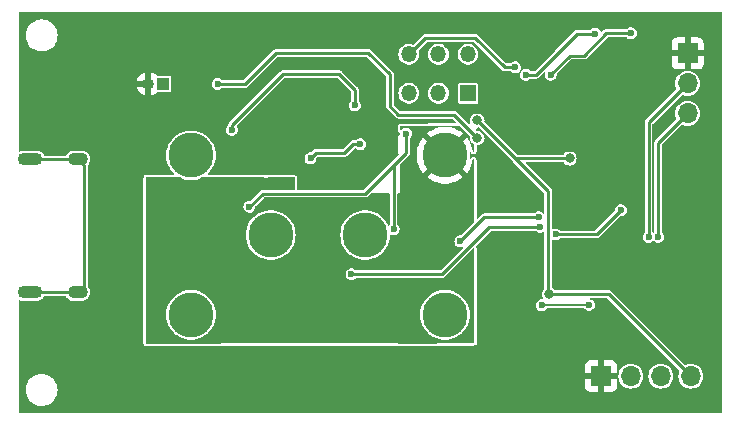
<source format=gbl>
%TF.GenerationSoftware,KiCad,Pcbnew,7.0.9*%
%TF.CreationDate,2023-12-22T14:05:00+09:00*%
%TF.ProjectId,gas_nrf52832,6761735f-6e72-4663-9532-3833322e6b69,rev?*%
%TF.SameCoordinates,Original*%
%TF.FileFunction,Copper,L2,Bot*%
%TF.FilePolarity,Positive*%
%FSLAX46Y46*%
G04 Gerber Fmt 4.6, Leading zero omitted, Abs format (unit mm)*
G04 Created by KiCad (PCBNEW 7.0.9) date 2023-12-22 14:05:00*
%MOMM*%
%LPD*%
G01*
G04 APERTURE LIST*
%TA.AperFunction,ComponentPad*%
%ADD10R,1.700000X1.700000*%
%TD*%
%TA.AperFunction,ComponentPad*%
%ADD11O,1.700000X1.700000*%
%TD*%
%TA.AperFunction,ComponentPad*%
%ADD12R,1.000000X1.000000*%
%TD*%
%TA.AperFunction,ComponentPad*%
%ADD13O,1.000000X1.000000*%
%TD*%
%TA.AperFunction,ComponentPad*%
%ADD14O,2.100000X1.100000*%
%TD*%
%TA.AperFunction,ComponentPad*%
%ADD15O,1.700000X1.100000*%
%TD*%
%TA.AperFunction,ComponentPad*%
%ADD16O,1.350000X1.350000*%
%TD*%
%TA.AperFunction,ComponentPad*%
%ADD17R,1.350000X1.350000*%
%TD*%
%TA.AperFunction,ComponentPad*%
%ADD18C,3.800000*%
%TD*%
%TA.AperFunction,ViaPad*%
%ADD19C,0.600000*%
%TD*%
%TA.AperFunction,ViaPad*%
%ADD20C,0.800000*%
%TD*%
%TA.AperFunction,Conductor*%
%ADD21C,0.250000*%
%TD*%
%TA.AperFunction,Conductor*%
%ADD22C,0.150000*%
%TD*%
G04 APERTURE END LIST*
D10*
X146600000Y-79520000D03*
D11*
X146600000Y-82060000D03*
X146600000Y-84600000D03*
D12*
X102200000Y-82100000D03*
D13*
X100930000Y-82100000D03*
D14*
X90950000Y-88500000D03*
X90950000Y-99740000D03*
D15*
X94950000Y-88500000D03*
X94950000Y-99740000D03*
D10*
X139250000Y-106850000D03*
D11*
X141790000Y-106850000D03*
X144330000Y-106850000D03*
X146870000Y-106850000D03*
D16*
X123000000Y-79600000D03*
X125500000Y-79600000D03*
X128000000Y-79600000D03*
X123000000Y-82900000D03*
X125500000Y-82900000D03*
D17*
X128000000Y-82900000D03*
D18*
X104550000Y-101650000D03*
X104550000Y-88150000D03*
X111300000Y-94900000D03*
X119300000Y-94900000D03*
X126050000Y-88150000D03*
X126050000Y-101650000D03*
D19*
X132000000Y-80700000D03*
X118420000Y-83910000D03*
X108020000Y-85985000D03*
X132900000Y-81324500D03*
X138768809Y-77848014D03*
X135424500Y-94852000D03*
X140950000Y-92800000D03*
X96845000Y-86860000D03*
X139580000Y-101705000D03*
X139570000Y-102745000D03*
X149100000Y-102427500D03*
X146300000Y-92827500D03*
X141650000Y-104957500D03*
X112652500Y-87550000D03*
X109220000Y-88810000D03*
X135775000Y-85800000D03*
X130660000Y-98650000D03*
X148200000Y-101327500D03*
X134100000Y-84550000D03*
X136200000Y-90727500D03*
X148900000Y-93427500D03*
X99350000Y-94650000D03*
X110920000Y-89560000D03*
X133880000Y-102380000D03*
X116930000Y-83250000D03*
X148900000Y-92127500D03*
X120420000Y-84700000D03*
X147800000Y-87127500D03*
X135580000Y-99110000D03*
X135850000Y-83200000D03*
X139400000Y-97327500D03*
X144300000Y-102845000D03*
X139400000Y-92827500D03*
X149125000Y-101327500D03*
X115170000Y-81910000D03*
X147800000Y-93427500D03*
X134100000Y-86100000D03*
X97317500Y-96850000D03*
X96250000Y-90000000D03*
X134400000Y-87750000D03*
X97517500Y-91220000D03*
X145400000Y-95027500D03*
X116152500Y-88750000D03*
X148900000Y-88427500D03*
X109300000Y-83050000D03*
X148200000Y-102427500D03*
D20*
X114220000Y-85960000D03*
D19*
X95917500Y-85820000D03*
X141600000Y-95027500D03*
X131650000Y-91250000D03*
X147800000Y-92127500D03*
X148900000Y-87127500D03*
X96217500Y-98200000D03*
X99350000Y-93650000D03*
X111850000Y-80800000D03*
X112252500Y-88250000D03*
D20*
X115670000Y-85960000D03*
X114220000Y-84610000D03*
D19*
X96017500Y-102520000D03*
X147800000Y-88427500D03*
D20*
X115300000Y-106090000D03*
D19*
X111600000Y-83400000D03*
X134420000Y-101680000D03*
X118361615Y-84880855D03*
X143250000Y-104957500D03*
D20*
X115670000Y-84610000D03*
D19*
X114670000Y-88410000D03*
X118870000Y-87200000D03*
D20*
X128800000Y-86700000D03*
D19*
X106800000Y-82100000D03*
X127348750Y-95431250D03*
X134000000Y-93400000D03*
X134132843Y-94201880D03*
X118140000Y-98200000D03*
X135002667Y-81316004D03*
X141800000Y-77800000D03*
X138250000Y-100820000D03*
X134230000Y-100830000D03*
X144099503Y-95050000D03*
X143300000Y-95050000D03*
X106100000Y-98900000D03*
X127200000Y-93800000D03*
X125000000Y-91000000D03*
X126200000Y-91000000D03*
X123200000Y-89600000D03*
D20*
X115300000Y-102190000D03*
D19*
X123200000Y-88600000D03*
X101225000Y-95911657D03*
X103025000Y-97811657D03*
D20*
X136600000Y-88413750D03*
X134850000Y-99900000D03*
D19*
X121700000Y-94400000D03*
X109500000Y-92500000D03*
D20*
X128800000Y-85200000D03*
D19*
X122770000Y-86310000D03*
D21*
X134130963Y-94200000D02*
X134132843Y-94201880D01*
X118140000Y-98200000D02*
X125800000Y-98200000D01*
X125800000Y-98200000D02*
X129800000Y-94200000D01*
X129800000Y-94200000D02*
X134130963Y-94200000D01*
X129380000Y-93400000D02*
X134000000Y-93400000D01*
X127348750Y-95431250D02*
X129380000Y-93400000D01*
X117095000Y-81285000D02*
X112345000Y-81285000D01*
X131100000Y-80700000D02*
X128600000Y-78200000D01*
X124400000Y-78200000D02*
X123000000Y-79600000D01*
X108020000Y-85610000D02*
X108020000Y-85985000D01*
X128600000Y-78200000D02*
X124400000Y-78200000D01*
X132000000Y-80700000D02*
X131100000Y-80700000D01*
X112345000Y-81285000D02*
X108020000Y-85610000D01*
X118420000Y-83910000D02*
X118420000Y-82610000D01*
X118420000Y-82610000D02*
X117095000Y-81285000D01*
X138768809Y-77848014D02*
X137251986Y-77848014D01*
X133775500Y-81324500D02*
X132900000Y-81324500D01*
X137251986Y-77848014D02*
X133775500Y-81324500D01*
X138898000Y-94852000D02*
X135424500Y-94852000D01*
X140950000Y-92800000D02*
X138898000Y-94852000D01*
X117530000Y-87950000D02*
X118280000Y-87200000D01*
X114670000Y-88410000D02*
X115130000Y-87950000D01*
X115130000Y-87950000D02*
X117530000Y-87950000D01*
X118280000Y-87200000D02*
X118870000Y-87200000D01*
X119570000Y-79470000D02*
X111770000Y-79470000D01*
X128790380Y-86700000D02*
X126800000Y-84709620D01*
X121400000Y-81300000D02*
X119570000Y-79470000D01*
X126800000Y-84709620D02*
X122109620Y-84709620D01*
X109140000Y-82100000D02*
X106800000Y-82100000D01*
X111770000Y-79470000D02*
X109140000Y-82100000D01*
X121400000Y-84000000D02*
X121400000Y-81300000D01*
X122109620Y-84709620D02*
X121400000Y-84000000D01*
X128800000Y-86700000D02*
X128790380Y-86700000D01*
X136600000Y-79700000D02*
X135002667Y-81297333D01*
X139700000Y-77800000D02*
X137800000Y-79700000D01*
X135002667Y-81297333D02*
X135002667Y-81316004D01*
X137800000Y-79700000D02*
X136600000Y-79700000D01*
X141800000Y-77800000D02*
X139700000Y-77800000D01*
D22*
X134230000Y-100830000D02*
X138240000Y-100830000D01*
X138240000Y-100830000D02*
X138250000Y-100820000D01*
D21*
X144099503Y-95050000D02*
X144099503Y-87100497D01*
X144099503Y-87100497D02*
X146600000Y-84600000D01*
X143300000Y-95050000D02*
X143300000Y-85360000D01*
X143300000Y-85360000D02*
X146600000Y-82060000D01*
X119315000Y-91385000D02*
X110615000Y-91385000D01*
X134850000Y-99900000D02*
X134800000Y-99850000D01*
X134800000Y-91200000D02*
X131800000Y-88200000D01*
X121700000Y-89000000D02*
X121700000Y-94400000D01*
X134850000Y-99900000D02*
X139920000Y-99900000D01*
X121700000Y-89000000D02*
X119315000Y-91385000D01*
X132013750Y-88413750D02*
X136600000Y-88413750D01*
X134800000Y-99850000D02*
X134800000Y-91200000D01*
X122770000Y-86310000D02*
X122770000Y-87930000D01*
X110615000Y-91385000D02*
X109500000Y-92500000D01*
X122770000Y-87930000D02*
X121700000Y-89000000D01*
X139920000Y-99900000D02*
X146870000Y-106850000D01*
X131800000Y-88200000D02*
X132013750Y-88413750D01*
X128800000Y-85200000D02*
X131800000Y-88200000D01*
X94950000Y-88500000D02*
X95534736Y-89084736D01*
X95534736Y-89084736D02*
X95534736Y-99155264D01*
X95534736Y-99155264D02*
X94950000Y-99740000D01*
X90950000Y-88500000D02*
X94950000Y-88500000D01*
X90950000Y-99740000D02*
X94950000Y-99740000D01*
%TA.AperFunction,Conductor*%
G36*
X103529047Y-89987540D02*
G01*
X103540878Y-89994734D01*
X103581375Y-90019361D01*
X103844942Y-90133844D01*
X104121642Y-90211371D01*
X104352357Y-90243082D01*
X104406321Y-90250500D01*
X104406322Y-90250500D01*
X104693679Y-90250500D01*
X104739043Y-90244264D01*
X104978358Y-90211371D01*
X105255058Y-90133844D01*
X105518625Y-90019361D01*
X105559122Y-89994734D01*
X105570953Y-89987540D01*
X105596412Y-89980407D01*
X110634025Y-89980407D01*
X110660516Y-89988186D01*
X110709947Y-90019953D01*
X110792996Y-90044338D01*
X110848034Y-90060499D01*
X110848037Y-90060499D01*
X110848039Y-90060500D01*
X110848040Y-90060500D01*
X110991960Y-90060500D01*
X110991961Y-90060500D01*
X110991963Y-90060499D01*
X110991965Y-90060499D01*
X111012480Y-90054475D01*
X111130053Y-90019953D01*
X111179484Y-89988186D01*
X111205975Y-89980407D01*
X113285965Y-89980407D01*
X113320613Y-89994759D01*
X113334965Y-90029407D01*
X113334965Y-90029442D01*
X113334269Y-91010535D01*
X113319893Y-91045173D01*
X113285269Y-91059500D01*
X110630282Y-91059500D01*
X110628146Y-91059407D01*
X110599893Y-91056935D01*
X110586193Y-91055737D01*
X110586192Y-91055737D01*
X110586191Y-91055737D01*
X110545505Y-91066638D01*
X110543430Y-91067098D01*
X110501955Y-91074412D01*
X110501950Y-91074414D01*
X110494945Y-91078458D01*
X110483132Y-91083351D01*
X110475317Y-91085444D01*
X110475317Y-91085445D01*
X110440826Y-91109595D01*
X110439024Y-91110743D01*
X110402544Y-91131806D01*
X110375467Y-91164074D01*
X110374023Y-91165650D01*
X109554526Y-91985148D01*
X109519878Y-91999500D01*
X109428034Y-91999500D01*
X109289949Y-92040046D01*
X109168871Y-92117857D01*
X109074625Y-92226623D01*
X109074624Y-92226625D01*
X109014833Y-92357545D01*
X108994353Y-92499997D01*
X108994353Y-92500002D01*
X109014833Y-92642454D01*
X109046935Y-92712746D01*
X109074623Y-92773373D01*
X109074624Y-92773374D01*
X109074625Y-92773376D01*
X109097262Y-92799500D01*
X109168872Y-92882143D01*
X109289947Y-92959953D01*
X109366785Y-92982514D01*
X109428034Y-93000499D01*
X109428037Y-93000499D01*
X109428039Y-93000500D01*
X109428040Y-93000500D01*
X109571960Y-93000500D01*
X109571961Y-93000500D01*
X109571963Y-93000499D01*
X109571965Y-93000499D01*
X109594795Y-92993795D01*
X109710053Y-92959953D01*
X109831128Y-92882143D01*
X109925377Y-92773373D01*
X109985165Y-92642457D01*
X109985165Y-92642455D01*
X109985166Y-92642454D01*
X110005647Y-92500001D01*
X110005647Y-92500000D01*
X110003440Y-92484654D01*
X110012713Y-92448316D01*
X110017286Y-92443038D01*
X110735474Y-91724852D01*
X110770122Y-91710500D01*
X110920000Y-91710500D01*
X110920000Y-92831981D01*
X110871639Y-92838629D01*
X110594940Y-92916156D01*
X110331380Y-93030636D01*
X110085851Y-93179946D01*
X109862954Y-93361284D01*
X109862952Y-93361287D01*
X109666815Y-93571297D01*
X109666809Y-93571305D01*
X109501101Y-93806059D01*
X109501097Y-93806067D01*
X109368900Y-94061195D01*
X109368896Y-94061204D01*
X109272663Y-94331975D01*
X109214201Y-94613312D01*
X109194592Y-94900000D01*
X109214201Y-95186687D01*
X109272663Y-95468024D01*
X109272666Y-95468032D01*
X109368896Y-95738797D01*
X109368900Y-95738804D01*
X109501097Y-95993932D01*
X109501101Y-95993940D01*
X109583955Y-96111317D01*
X109666811Y-96228698D01*
X109862947Y-96438708D01*
X109862952Y-96438712D01*
X109862954Y-96438715D01*
X110036318Y-96579755D01*
X110085853Y-96620055D01*
X110331375Y-96769361D01*
X110594942Y-96883844D01*
X110871642Y-96961371D01*
X110920000Y-96968017D01*
X110920000Y-104060000D01*
X113325013Y-104060000D01*
X113318879Y-104066130D01*
X113284319Y-104080470D01*
X100774110Y-104099923D01*
X100739440Y-104085625D01*
X100725034Y-104051000D01*
X100726735Y-101650000D01*
X102444592Y-101650000D01*
X102464201Y-101936687D01*
X102522663Y-102218024D01*
X102522666Y-102218032D01*
X102618896Y-102488797D01*
X102618900Y-102488804D01*
X102751097Y-102743932D01*
X102751101Y-102743940D01*
X102833955Y-102861317D01*
X102916811Y-102978698D01*
X103112947Y-103188708D01*
X103112952Y-103188712D01*
X103112954Y-103188715D01*
X103286318Y-103329755D01*
X103335853Y-103370055D01*
X103581375Y-103519361D01*
X103844942Y-103633844D01*
X104121642Y-103711371D01*
X104352357Y-103743082D01*
X104406321Y-103750500D01*
X104406322Y-103750500D01*
X104693679Y-103750500D01*
X104739043Y-103744264D01*
X104978358Y-103711371D01*
X105255058Y-103633844D01*
X105518625Y-103519361D01*
X105764147Y-103370055D01*
X105921751Y-103241834D01*
X105987045Y-103188715D01*
X105987045Y-103188713D01*
X105987053Y-103188708D01*
X106183189Y-102978698D01*
X106348901Y-102743936D01*
X106481104Y-102488797D01*
X106577334Y-102218032D01*
X106635798Y-101936686D01*
X106655408Y-101650000D01*
X106635798Y-101363314D01*
X106635798Y-101363312D01*
X106577336Y-101081975D01*
X106577334Y-101081968D01*
X106481104Y-100811203D01*
X106348901Y-100556064D01*
X106348899Y-100556061D01*
X106348898Y-100556059D01*
X106295637Y-100480605D01*
X106183189Y-100321302D01*
X105987053Y-100111292D01*
X105987047Y-100111287D01*
X105987045Y-100111284D01*
X105764148Y-99929946D01*
X105764147Y-99929945D01*
X105518625Y-99780639D01*
X105518621Y-99780637D01*
X105518619Y-99780636D01*
X105255059Y-99666156D01*
X104978360Y-99588629D01*
X104693679Y-99549500D01*
X104693678Y-99549500D01*
X104406322Y-99549500D01*
X104406321Y-99549500D01*
X104121639Y-99588629D01*
X103844940Y-99666156D01*
X103581380Y-99780636D01*
X103335851Y-99929946D01*
X103112954Y-100111284D01*
X103112952Y-100111287D01*
X102916815Y-100321297D01*
X102916809Y-100321305D01*
X102751101Y-100556059D01*
X102751097Y-100556067D01*
X102618900Y-100811195D01*
X102618896Y-100811204D01*
X102522663Y-101081975D01*
X102464201Y-101363312D01*
X102444592Y-101650000D01*
X100726735Y-101650000D01*
X100734965Y-90029371D01*
X100749341Y-89994734D01*
X100783965Y-89980407D01*
X103503588Y-89980407D01*
X103529047Y-89987540D01*
G37*
%TD.AperFunction*%
%TA.AperFunction,Conductor*%
G36*
X128940713Y-85801631D02*
G01*
X128945532Y-85805858D01*
X131772775Y-88633101D01*
X131774220Y-88634678D01*
X131801293Y-88666942D01*
X131801295Y-88666944D01*
X131808304Y-88670990D01*
X131818451Y-88678777D01*
X134460148Y-91320474D01*
X134474500Y-91355122D01*
X134474500Y-93051942D01*
X134460148Y-93086590D01*
X134425500Y-93100942D01*
X134390852Y-93086590D01*
X134388468Y-93084030D01*
X134331128Y-93017857D01*
X134210053Y-92940047D01*
X134210050Y-92940046D01*
X134071965Y-92899500D01*
X134071961Y-92899500D01*
X133928039Y-92899500D01*
X133928034Y-92899500D01*
X133789949Y-92940046D01*
X133668871Y-93017857D01*
X133634445Y-93057588D01*
X133600909Y-93074375D01*
X133597413Y-93074500D01*
X129395282Y-93074500D01*
X129393146Y-93074407D01*
X129364893Y-93071935D01*
X129351193Y-93070737D01*
X129351192Y-93070737D01*
X129351191Y-93070737D01*
X129310505Y-93081638D01*
X129308430Y-93082098D01*
X129266955Y-93089412D01*
X129266950Y-93089414D01*
X129259945Y-93093458D01*
X129248132Y-93098351D01*
X129240317Y-93100444D01*
X129240317Y-93100445D01*
X129205823Y-93124597D01*
X129204020Y-93125745D01*
X129167545Y-93146805D01*
X129140472Y-93179068D01*
X129139028Y-93180644D01*
X128821913Y-93497758D01*
X128787265Y-93512110D01*
X128752617Y-93497758D01*
X128738265Y-93463192D01*
X128730193Y-88503260D01*
X128721059Y-88443009D01*
X128712586Y-88415547D01*
X128692393Y-88370335D01*
X128692392Y-88370334D01*
X128692392Y-88370333D01*
X128692391Y-88370332D01*
X128629040Y-88304371D01*
X128629038Y-88304370D01*
X128597696Y-88283783D01*
X128597692Y-88283781D01*
X128534638Y-88256160D01*
X128534634Y-88256159D01*
X128443202Y-88254312D01*
X128406484Y-88261916D01*
X128406479Y-88261917D01*
X128406478Y-88261918D01*
X128392083Y-88267543D01*
X128342351Y-88286975D01*
X128342351Y-88286976D01*
X128276389Y-88350327D01*
X128276388Y-88350329D01*
X128255799Y-88381674D01*
X128231194Y-88442422D01*
X128204884Y-88469148D01*
X128167383Y-88469443D01*
X128140657Y-88443133D01*
X128136892Y-88420685D01*
X128155408Y-88150000D01*
X128136844Y-87878612D01*
X128148798Y-87843067D01*
X128182386Y-87826384D01*
X128217933Y-87838338D01*
X128231955Y-87859015D01*
X128244862Y-87895720D01*
X128244867Y-87895731D01*
X128258396Y-87921234D01*
X128258405Y-87921250D01*
X128283910Y-87957792D01*
X128286935Y-87962126D01*
X128286938Y-87962128D01*
X128286940Y-87962130D01*
X128361606Y-88014925D01*
X128361608Y-88014926D01*
X128361610Y-88014927D01*
X128396282Y-88029222D01*
X128463422Y-88044431D01*
X128553561Y-88028965D01*
X128588186Y-88014557D01*
X128646422Y-87977833D01*
X128699223Y-87903158D01*
X128713518Y-87868486D01*
X128729032Y-87789821D01*
X128728319Y-87352197D01*
X128742614Y-87317526D01*
X128777239Y-87303118D01*
X128783697Y-87303535D01*
X128800000Y-87305682D01*
X128956762Y-87285044D01*
X129102841Y-87224536D01*
X129228282Y-87128282D01*
X129324536Y-87002841D01*
X129385044Y-86856762D01*
X129405682Y-86700000D01*
X129394647Y-86616184D01*
X129385044Y-86543238D01*
X129324538Y-86397163D01*
X129324535Y-86397158D01*
X129309571Y-86377657D01*
X129228282Y-86271718D01*
X129210894Y-86258376D01*
X129102841Y-86175464D01*
X129102836Y-86175461D01*
X128956761Y-86114955D01*
X128820637Y-86097034D01*
X128800000Y-86094318D01*
X128799999Y-86094318D01*
X128695122Y-86108125D01*
X128658896Y-86098418D01*
X128640145Y-86065940D01*
X128648717Y-86031254D01*
X128696062Y-85964301D01*
X128710358Y-85929630D01*
X128725875Y-85850961D01*
X128725875Y-85850960D01*
X128726107Y-85848566D01*
X128727203Y-85848672D01*
X128740158Y-85817219D01*
X128774777Y-85802797D01*
X128781267Y-85803215D01*
X128800000Y-85805682D01*
X128904488Y-85791925D01*
X128940713Y-85801631D01*
G37*
%TD.AperFunction*%
%TA.AperFunction,Conductor*%
G36*
X149485648Y-76014352D02*
G01*
X149500000Y-76049000D01*
X149500000Y-109951000D01*
X149485648Y-109985648D01*
X149451000Y-110000000D01*
X90049000Y-110000000D01*
X90014352Y-109985648D01*
X90000000Y-109951000D01*
X90000000Y-108000000D01*
X90544341Y-108000000D01*
X90564937Y-108235410D01*
X90564938Y-108235416D01*
X90626094Y-108463655D01*
X90626095Y-108463660D01*
X90725963Y-108677827D01*
X90725971Y-108677839D01*
X90861500Y-108871395D01*
X90861506Y-108871402D01*
X91028597Y-109038493D01*
X91028604Y-109038499D01*
X91222160Y-109174028D01*
X91222172Y-109174036D01*
X91436339Y-109273904D01*
X91436344Y-109273905D01*
X91664583Y-109335061D01*
X91664587Y-109335061D01*
X91664592Y-109335063D01*
X91784250Y-109345531D01*
X91841030Y-109350500D01*
X91841034Y-109350500D01*
X91958970Y-109350500D01*
X92011521Y-109345901D01*
X92135408Y-109335063D01*
X92135414Y-109335061D01*
X92135416Y-109335061D01*
X92249535Y-109304483D01*
X92363657Y-109273904D01*
X92363660Y-109273904D01*
X92363660Y-109273903D01*
X92363663Y-109273903D01*
X92577829Y-109174035D01*
X92771401Y-109038495D01*
X92938495Y-108871401D01*
X92961165Y-108839024D01*
X93074029Y-108677840D01*
X93074036Y-108677828D01*
X93173904Y-108463660D01*
X93173905Y-108463655D01*
X93235061Y-108235416D01*
X93235062Y-108235410D01*
X93235063Y-108235408D01*
X93255659Y-108000000D01*
X93235063Y-107764592D01*
X93230573Y-107747834D01*
X137900000Y-107747834D01*
X137906401Y-107807372D01*
X137906401Y-107807373D01*
X137956648Y-107942091D01*
X138042811Y-108057188D01*
X138157908Y-108143351D01*
X138292626Y-108193598D01*
X138352166Y-108200000D01*
X139000000Y-108200000D01*
X139000000Y-107285501D01*
X139107685Y-107334680D01*
X139214237Y-107350000D01*
X139285763Y-107350000D01*
X139392315Y-107334680D01*
X139500000Y-107285501D01*
X139500000Y-108200000D01*
X140147834Y-108200000D01*
X140207372Y-108193598D01*
X140207373Y-108193598D01*
X140342091Y-108143351D01*
X140457188Y-108057188D01*
X140543351Y-107942091D01*
X140593598Y-107807373D01*
X140593598Y-107807372D01*
X140600000Y-107747834D01*
X140600000Y-107100000D01*
X139683686Y-107100000D01*
X139709493Y-107059844D01*
X139750000Y-106921889D01*
X139750000Y-106850000D01*
X140734417Y-106850000D01*
X140754700Y-107055934D01*
X140814768Y-107253954D01*
X140912315Y-107436450D01*
X141043590Y-107596410D01*
X141203550Y-107727685D01*
X141386046Y-107825232D01*
X141584066Y-107885300D01*
X141790000Y-107905583D01*
X141995934Y-107885300D01*
X142193954Y-107825232D01*
X142376450Y-107727685D01*
X142536410Y-107596410D01*
X142667685Y-107436450D01*
X142765232Y-107253954D01*
X142825300Y-107055934D01*
X142845583Y-106850000D01*
X143274417Y-106850000D01*
X143294700Y-107055934D01*
X143354768Y-107253954D01*
X143452315Y-107436450D01*
X143583590Y-107596410D01*
X143743550Y-107727685D01*
X143926046Y-107825232D01*
X144124066Y-107885300D01*
X144330000Y-107905583D01*
X144535934Y-107885300D01*
X144733954Y-107825232D01*
X144916450Y-107727685D01*
X145076410Y-107596410D01*
X145207685Y-107436450D01*
X145305232Y-107253954D01*
X145365300Y-107055934D01*
X145385583Y-106850000D01*
X145365300Y-106644066D01*
X145305232Y-106446046D01*
X145207685Y-106263550D01*
X145076410Y-106103590D01*
X144916450Y-105972315D01*
X144757524Y-105887367D01*
X144733956Y-105874769D01*
X144733955Y-105874768D01*
X144733954Y-105874768D01*
X144535934Y-105814700D01*
X144330000Y-105794417D01*
X144124065Y-105814700D01*
X144124064Y-105814700D01*
X143951616Y-105867011D01*
X143926050Y-105874767D01*
X143926043Y-105874769D01*
X143743548Y-105972316D01*
X143583590Y-106103590D01*
X143452316Y-106263548D01*
X143354769Y-106446043D01*
X143294700Y-106644064D01*
X143294700Y-106644065D01*
X143281498Y-106778111D01*
X143274417Y-106850000D01*
X142845583Y-106850000D01*
X142825300Y-106644066D01*
X142765232Y-106446046D01*
X142667685Y-106263550D01*
X142536410Y-106103590D01*
X142376450Y-105972315D01*
X142217524Y-105887367D01*
X142193956Y-105874769D01*
X142193955Y-105874768D01*
X142193954Y-105874768D01*
X141995934Y-105814700D01*
X141790000Y-105794417D01*
X141584065Y-105814700D01*
X141584064Y-105814700D01*
X141411616Y-105867011D01*
X141386050Y-105874767D01*
X141386043Y-105874769D01*
X141203548Y-105972316D01*
X141043590Y-106103590D01*
X140912316Y-106263548D01*
X140814769Y-106446043D01*
X140754700Y-106644064D01*
X140754700Y-106644065D01*
X140741498Y-106778111D01*
X140734417Y-106850000D01*
X139750000Y-106850000D01*
X139750000Y-106778111D01*
X139709493Y-106640156D01*
X139683686Y-106600000D01*
X140600000Y-106600000D01*
X140600000Y-105952165D01*
X140593598Y-105892627D01*
X140593598Y-105892626D01*
X140543351Y-105757908D01*
X140457188Y-105642811D01*
X140342091Y-105556648D01*
X140207373Y-105506401D01*
X140147834Y-105500000D01*
X139500000Y-105500000D01*
X139500000Y-106414498D01*
X139392315Y-106365320D01*
X139285763Y-106350000D01*
X139214237Y-106350000D01*
X139107685Y-106365320D01*
X139000000Y-106414498D01*
X139000000Y-105500000D01*
X138352166Y-105500000D01*
X138292627Y-105506401D01*
X138292626Y-105506401D01*
X138157908Y-105556648D01*
X138042811Y-105642811D01*
X137956648Y-105757908D01*
X137906401Y-105892626D01*
X137906401Y-105892627D01*
X137900000Y-105952165D01*
X137900000Y-106600000D01*
X138816314Y-106600000D01*
X138790507Y-106640156D01*
X138750000Y-106778111D01*
X138750000Y-106921889D01*
X138790507Y-107059844D01*
X138816314Y-107100000D01*
X137900000Y-107100000D01*
X137900000Y-107747834D01*
X93230573Y-107747834D01*
X93225173Y-107727683D01*
X93173905Y-107536344D01*
X93173904Y-107536339D01*
X93074036Y-107322172D01*
X93074028Y-107322160D01*
X92938499Y-107128604D01*
X92938493Y-107128597D01*
X92771402Y-106961506D01*
X92771395Y-106961500D01*
X92577839Y-106825971D01*
X92577827Y-106825963D01*
X92363660Y-106726095D01*
X92363655Y-106726094D01*
X92135416Y-106664938D01*
X92135410Y-106664937D01*
X91958970Y-106649500D01*
X91958966Y-106649500D01*
X91841034Y-106649500D01*
X91841030Y-106649500D01*
X91664589Y-106664937D01*
X91664583Y-106664938D01*
X91436344Y-106726094D01*
X91436339Y-106726095D01*
X91222172Y-106825963D01*
X91222160Y-106825971D01*
X91028604Y-106961500D01*
X91028597Y-106961506D01*
X90861506Y-107128597D01*
X90861500Y-107128604D01*
X90725970Y-107322159D01*
X90725963Y-107322171D01*
X90626095Y-107536339D01*
X90626094Y-107536344D01*
X90564938Y-107764583D01*
X90564937Y-107764589D01*
X90544341Y-108000000D01*
X90000000Y-108000000D01*
X90000000Y-104050850D01*
X100519533Y-104050850D01*
X100519534Y-104050861D01*
X100535300Y-104129940D01*
X100549705Y-104164562D01*
X100586423Y-104222796D01*
X100586424Y-104222797D01*
X100661085Y-104275600D01*
X100661089Y-104275602D01*
X100661092Y-104275604D01*
X100695762Y-104289902D01*
X100774430Y-104305423D01*
X100774432Y-104305422D01*
X100774433Y-104305423D01*
X100832341Y-104305332D01*
X113284639Y-104285970D01*
X113363077Y-104270279D01*
X113365579Y-104269240D01*
X113384357Y-104265500D01*
X122007471Y-104265500D01*
X122035516Y-104274320D01*
X122037907Y-104275989D01*
X122037911Y-104275991D01*
X122072670Y-104290074D01*
X122151430Y-104305107D01*
X128502893Y-104255871D01*
X128502898Y-104255870D01*
X128502899Y-104255870D01*
X128541862Y-104247867D01*
X128580832Y-104239863D01*
X128615157Y-104225456D01*
X128672810Y-104188975D01*
X128725611Y-104114300D01*
X128739906Y-104079628D01*
X128755420Y-104000963D01*
X128742463Y-96041242D01*
X128726755Y-95962779D01*
X128712403Y-95928211D01*
X128675842Y-95870076D01*
X128675339Y-95869719D01*
X128673096Y-95868127D01*
X128653146Y-95836371D01*
X128661494Y-95799809D01*
X128666800Y-95793525D01*
X129920475Y-94539852D01*
X129955123Y-94525500D01*
X133728627Y-94525500D01*
X133763275Y-94539852D01*
X133765659Y-94542412D01*
X133801715Y-94584023D01*
X133922790Y-94661833D01*
X133999628Y-94684394D01*
X134060877Y-94702379D01*
X134060880Y-94702379D01*
X134060882Y-94702380D01*
X134060883Y-94702380D01*
X134204803Y-94702380D01*
X134204804Y-94702380D01*
X134204806Y-94702379D01*
X134204808Y-94702379D01*
X134225323Y-94696355D01*
X134342896Y-94661833D01*
X134379027Y-94638612D01*
X134399009Y-94625772D01*
X134435916Y-94619113D01*
X134466721Y-94640502D01*
X134474500Y-94666993D01*
X134474500Y-99407053D01*
X134460148Y-99441701D01*
X134455329Y-99445927D01*
X134421718Y-99471717D01*
X134421717Y-99471718D01*
X134325464Y-99597158D01*
X134325461Y-99597163D01*
X134264955Y-99743238D01*
X134244318Y-99900000D01*
X134264955Y-100056761D01*
X134325461Y-100202836D01*
X134325464Y-100202841D01*
X134353863Y-100239852D01*
X134366319Y-100256084D01*
X134376026Y-100292309D01*
X134357274Y-100324787D01*
X134321049Y-100334494D01*
X134313642Y-100332929D01*
X134301963Y-100329500D01*
X134301961Y-100329500D01*
X134158039Y-100329500D01*
X134158034Y-100329500D01*
X134019949Y-100370046D01*
X134019947Y-100370046D01*
X134019947Y-100370047D01*
X133989702Y-100389484D01*
X133898871Y-100447857D01*
X133804625Y-100556623D01*
X133804624Y-100556625D01*
X133744833Y-100687545D01*
X133724353Y-100829997D01*
X133724353Y-100830002D01*
X133744833Y-100972454D01*
X133776935Y-101042746D01*
X133804623Y-101103373D01*
X133804624Y-101103374D01*
X133804625Y-101103376D01*
X133821120Y-101122412D01*
X133898872Y-101212143D01*
X134019947Y-101289953D01*
X134096785Y-101312514D01*
X134158034Y-101330499D01*
X134158037Y-101330499D01*
X134158039Y-101330500D01*
X134158040Y-101330500D01*
X134301960Y-101330500D01*
X134301961Y-101330500D01*
X134301963Y-101330499D01*
X134301965Y-101330499D01*
X134336018Y-101320500D01*
X134440053Y-101289953D01*
X134561128Y-101212143D01*
X134638880Y-101122412D01*
X134672416Y-101105625D01*
X134675912Y-101105500D01*
X137812753Y-101105500D01*
X137847401Y-101119852D01*
X137849785Y-101122412D01*
X137918872Y-101202143D01*
X138039947Y-101279953D01*
X138116785Y-101302514D01*
X138178034Y-101320499D01*
X138178037Y-101320499D01*
X138178039Y-101320500D01*
X138178040Y-101320500D01*
X138321960Y-101320500D01*
X138321961Y-101320500D01*
X138321963Y-101320499D01*
X138321965Y-101320499D01*
X138344795Y-101313795D01*
X138460053Y-101279953D01*
X138581128Y-101202143D01*
X138675377Y-101093373D01*
X138735165Y-100962457D01*
X138735165Y-100962455D01*
X138735166Y-100962454D01*
X138755647Y-100820002D01*
X138755647Y-100819997D01*
X138735166Y-100677545D01*
X138730751Y-100667879D01*
X138675377Y-100546627D01*
X138639898Y-100505682D01*
X138581128Y-100437857D01*
X138460053Y-100360047D01*
X138460050Y-100360046D01*
X138328825Y-100321515D01*
X138299624Y-100297983D01*
X138295615Y-100260695D01*
X138319147Y-100231494D01*
X138342630Y-100225500D01*
X139764878Y-100225500D01*
X139799526Y-100239852D01*
X145907718Y-106348045D01*
X145922070Y-106382693D01*
X145916284Y-106405791D01*
X145894772Y-106446037D01*
X145894767Y-106446049D01*
X145834700Y-106644064D01*
X145834700Y-106644065D01*
X145821498Y-106778111D01*
X145814417Y-106850000D01*
X145834700Y-107055934D01*
X145894768Y-107253954D01*
X145992315Y-107436450D01*
X146123590Y-107596410D01*
X146283550Y-107727685D01*
X146466046Y-107825232D01*
X146664066Y-107885300D01*
X146870000Y-107905583D01*
X147075934Y-107885300D01*
X147273954Y-107825232D01*
X147456450Y-107727685D01*
X147616410Y-107596410D01*
X147747685Y-107436450D01*
X147845232Y-107253954D01*
X147905300Y-107055934D01*
X147925583Y-106850000D01*
X147905300Y-106644066D01*
X147845232Y-106446046D01*
X147747685Y-106263550D01*
X147616410Y-106103590D01*
X147456450Y-105972315D01*
X147297524Y-105887367D01*
X147273956Y-105874769D01*
X147273955Y-105874768D01*
X147273954Y-105874768D01*
X147075934Y-105814700D01*
X146870000Y-105794417D01*
X146664065Y-105814700D01*
X146664064Y-105814700D01*
X146466049Y-105874767D01*
X146466046Y-105874768D01*
X146466043Y-105874769D01*
X146466037Y-105874772D01*
X146425791Y-105896284D01*
X146388469Y-105899960D01*
X146368045Y-105887718D01*
X140160968Y-99680642D01*
X140159523Y-99679065D01*
X140132453Y-99646804D01*
X140109085Y-99633313D01*
X140095977Y-99625744D01*
X140094182Y-99624601D01*
X140076368Y-99612128D01*
X140059684Y-99600446D01*
X140059683Y-99600445D01*
X140059682Y-99600445D01*
X140051867Y-99598351D01*
X140040048Y-99593455D01*
X140033046Y-99589412D01*
X140033044Y-99589411D01*
X139991580Y-99582100D01*
X139989493Y-99581637D01*
X139962508Y-99574407D01*
X139948807Y-99570736D01*
X139948806Y-99570736D01*
X139906846Y-99574407D01*
X139904710Y-99574500D01*
X135381313Y-99574500D01*
X135346665Y-99560148D01*
X135342439Y-99555329D01*
X135278282Y-99471718D01*
X135278281Y-99471717D01*
X135152842Y-99375464D01*
X135150057Y-99373856D01*
X135151045Y-99372144D01*
X135129041Y-99349685D01*
X135125500Y-99331397D01*
X135125500Y-95344526D01*
X135139852Y-95309878D01*
X135174500Y-95295526D01*
X135200988Y-95303303D01*
X135214447Y-95311953D01*
X135214449Y-95311953D01*
X135214450Y-95311954D01*
X135352534Y-95352499D01*
X135352537Y-95352499D01*
X135352539Y-95352500D01*
X135352540Y-95352500D01*
X135496460Y-95352500D01*
X135496461Y-95352500D01*
X135496463Y-95352499D01*
X135496465Y-95352499D01*
X135523618Y-95344526D01*
X135634553Y-95311953D01*
X135755628Y-95234143D01*
X135790055Y-95194412D01*
X135823591Y-95177625D01*
X135827087Y-95177500D01*
X138882710Y-95177500D01*
X138884846Y-95177593D01*
X138892900Y-95178297D01*
X138926807Y-95181264D01*
X138967495Y-95170361D01*
X138969574Y-95169900D01*
X139011045Y-95162588D01*
X139018054Y-95158540D01*
X139029871Y-95153646D01*
X139037684Y-95151554D01*
X139072190Y-95127391D01*
X139073965Y-95126260D01*
X139110455Y-95105194D01*
X139137532Y-95072923D01*
X139138965Y-95071359D01*
X139160322Y-95050002D01*
X142794353Y-95050002D01*
X142814833Y-95192454D01*
X142843302Y-95254790D01*
X142874623Y-95323373D01*
X142874624Y-95323374D01*
X142874625Y-95323376D01*
X142937279Y-95395683D01*
X142968872Y-95432143D01*
X143089947Y-95509953D01*
X143166785Y-95532514D01*
X143228034Y-95550499D01*
X143228037Y-95550499D01*
X143228039Y-95550500D01*
X143228040Y-95550500D01*
X143371960Y-95550500D01*
X143371961Y-95550500D01*
X143371963Y-95550499D01*
X143371965Y-95550499D01*
X143394795Y-95543795D01*
X143510053Y-95509953D01*
X143631128Y-95432143D01*
X143662719Y-95395683D01*
X143696254Y-95378896D01*
X143731838Y-95390739D01*
X143736779Y-95395679D01*
X143768375Y-95432143D01*
X143889450Y-95509953D01*
X143966288Y-95532514D01*
X144027537Y-95550499D01*
X144027540Y-95550499D01*
X144027542Y-95550500D01*
X144027543Y-95550500D01*
X144171463Y-95550500D01*
X144171464Y-95550500D01*
X144171466Y-95550499D01*
X144171468Y-95550499D01*
X144194298Y-95543795D01*
X144309556Y-95509953D01*
X144430631Y-95432143D01*
X144524880Y-95323373D01*
X144584668Y-95192457D01*
X144584668Y-95192455D01*
X144584669Y-95192454D01*
X144605150Y-95050002D01*
X144605150Y-95049997D01*
X144584669Y-94907545D01*
X144580254Y-94897879D01*
X144524880Y-94776627D01*
X144524877Y-94776623D01*
X144436971Y-94675173D01*
X144425003Y-94643085D01*
X144425003Y-87255618D01*
X144439354Y-87220971D01*
X146098044Y-85562280D01*
X146132691Y-85547929D01*
X146155789Y-85553715D01*
X146171816Y-85562281D01*
X146196046Y-85575232D01*
X146394066Y-85635300D01*
X146600000Y-85655583D01*
X146805934Y-85635300D01*
X147003954Y-85575232D01*
X147186450Y-85477685D01*
X147346410Y-85346410D01*
X147477685Y-85186450D01*
X147575232Y-85003954D01*
X147635300Y-84805934D01*
X147655583Y-84600000D01*
X147635300Y-84394066D01*
X147575232Y-84196046D01*
X147477685Y-84013550D01*
X147346410Y-83853590D01*
X147186450Y-83722315D01*
X147003954Y-83624768D01*
X146805934Y-83564700D01*
X146600000Y-83544417D01*
X146394065Y-83564700D01*
X146394064Y-83564700D01*
X146196043Y-83624769D01*
X146013548Y-83722316D01*
X145853590Y-83853590D01*
X145722316Y-84013548D01*
X145624769Y-84196043D01*
X145564700Y-84394064D01*
X145564700Y-84394065D01*
X145564700Y-84394066D01*
X145544417Y-84600000D01*
X145564700Y-84805934D01*
X145624768Y-85003954D01*
X145624771Y-85003959D01*
X145624772Y-85003962D01*
X145646284Y-85044208D01*
X145649960Y-85081530D01*
X145637718Y-85101954D01*
X143880151Y-86859522D01*
X143878575Y-86860966D01*
X143846309Y-86888041D01*
X143825246Y-86924521D01*
X143824098Y-86926323D01*
X143799948Y-86960814D01*
X143799947Y-86960814D01*
X143797854Y-86968629D01*
X143792961Y-86980442D01*
X143788917Y-86987447D01*
X143788913Y-86987457D01*
X143781605Y-87028907D01*
X143781142Y-87030994D01*
X143770239Y-87071688D01*
X143770239Y-87071689D01*
X143773910Y-87113649D01*
X143774003Y-87115785D01*
X143774003Y-94643085D01*
X143762035Y-94675173D01*
X143736783Y-94704315D01*
X143703246Y-94721102D01*
X143667663Y-94709259D01*
X143662719Y-94704315D01*
X143637468Y-94675174D01*
X143625500Y-94643086D01*
X143625500Y-85515121D01*
X143639851Y-85480474D01*
X146098044Y-83022280D01*
X146132691Y-83007929D01*
X146155789Y-83013715D01*
X146189108Y-83031523D01*
X146196046Y-83035232D01*
X146394066Y-83095300D01*
X146600000Y-83115583D01*
X146805934Y-83095300D01*
X147003954Y-83035232D01*
X147186450Y-82937685D01*
X147346410Y-82806410D01*
X147477685Y-82646450D01*
X147575232Y-82463954D01*
X147635300Y-82265934D01*
X147655583Y-82060000D01*
X147635300Y-81854066D01*
X147575232Y-81656046D01*
X147477685Y-81473550D01*
X147346410Y-81313590D01*
X147186450Y-81182315D01*
X147003954Y-81084768D01*
X146805934Y-81024700D01*
X146600000Y-81004417D01*
X146394065Y-81024700D01*
X146394064Y-81024700D01*
X146196043Y-81084769D01*
X146013548Y-81182316D01*
X145853590Y-81313590D01*
X145722316Y-81473548D01*
X145624769Y-81656043D01*
X145564700Y-81854064D01*
X145564700Y-81854065D01*
X145546122Y-82042694D01*
X145544417Y-82060000D01*
X145564700Y-82265934D01*
X145624768Y-82463954D01*
X145624771Y-82463959D01*
X145624772Y-82463962D01*
X145646284Y-82504208D01*
X145649960Y-82541530D01*
X145637718Y-82561954D01*
X143080648Y-85119025D01*
X143079072Y-85120469D01*
X143046806Y-85147544D01*
X143025743Y-85184024D01*
X143024595Y-85185826D01*
X143000445Y-85220317D01*
X143000444Y-85220317D01*
X142998351Y-85228132D01*
X142993458Y-85239945D01*
X142989414Y-85246950D01*
X142989410Y-85246960D01*
X142982102Y-85288410D01*
X142981639Y-85290497D01*
X142970736Y-85331191D01*
X142970736Y-85331192D01*
X142974407Y-85373152D01*
X142974500Y-85375288D01*
X142974500Y-94643085D01*
X142962532Y-94675173D01*
X142874625Y-94776623D01*
X142874624Y-94776625D01*
X142814833Y-94907545D01*
X142794353Y-95049997D01*
X142794353Y-95050002D01*
X139160322Y-95050002D01*
X140895475Y-93314852D01*
X140930123Y-93300500D01*
X141021960Y-93300500D01*
X141021961Y-93300500D01*
X141021963Y-93300499D01*
X141021965Y-93300499D01*
X141044795Y-93293795D01*
X141160053Y-93259953D01*
X141281128Y-93182143D01*
X141375377Y-93073373D01*
X141435165Y-92942457D01*
X141435165Y-92942455D01*
X141435166Y-92942454D01*
X141455647Y-92800002D01*
X141455647Y-92799997D01*
X141435166Y-92657545D01*
X141430751Y-92647879D01*
X141375377Y-92526627D01*
X141281128Y-92417857D01*
X141160053Y-92340047D01*
X141160050Y-92340046D01*
X141021965Y-92299500D01*
X141021961Y-92299500D01*
X140878039Y-92299500D01*
X140878034Y-92299500D01*
X140739949Y-92340046D01*
X140618871Y-92417857D01*
X140524625Y-92526623D01*
X140524624Y-92526625D01*
X140464833Y-92657545D01*
X140444353Y-92799997D01*
X140444353Y-92800000D01*
X140445637Y-92808934D01*
X140446559Y-92815347D01*
X140437282Y-92851685D01*
X140432705Y-92856966D01*
X138777526Y-94512148D01*
X138742878Y-94526500D01*
X135827087Y-94526500D01*
X135792439Y-94512148D01*
X135790055Y-94509588D01*
X135755628Y-94469857D01*
X135723499Y-94449209D01*
X135634553Y-94392047D01*
X135634550Y-94392046D01*
X135496465Y-94351500D01*
X135496461Y-94351500D01*
X135352539Y-94351500D01*
X135352534Y-94351500D01*
X135214447Y-94392046D01*
X135200989Y-94400695D01*
X135164082Y-94407352D01*
X135133277Y-94385961D01*
X135125500Y-94359472D01*
X135125500Y-91215288D01*
X135125593Y-91213152D01*
X135126053Y-91207884D01*
X135129264Y-91171193D01*
X135118362Y-91130508D01*
X135117900Y-91128424D01*
X135115621Y-91115500D01*
X135110588Y-91086955D01*
X135106539Y-91079943D01*
X135101646Y-91068126D01*
X135099554Y-91060317D01*
X135099554Y-91060316D01*
X135075390Y-91025806D01*
X135074258Y-91024029D01*
X135053194Y-90987545D01*
X135020923Y-90960466D01*
X135019349Y-90959023D01*
X132883224Y-88822898D01*
X132868872Y-88788250D01*
X132883224Y-88753602D01*
X132917872Y-88739250D01*
X136068687Y-88739250D01*
X136103335Y-88753602D01*
X136107561Y-88758421D01*
X136160314Y-88827170D01*
X136171718Y-88842032D01*
X136297159Y-88938286D01*
X136297161Y-88938286D01*
X136297163Y-88938288D01*
X136416329Y-88987648D01*
X136443238Y-88998794D01*
X136600000Y-89019432D01*
X136756762Y-88998794D01*
X136902841Y-88938286D01*
X137028282Y-88842032D01*
X137124536Y-88716591D01*
X137185044Y-88570512D01*
X137205682Y-88413750D01*
X137185044Y-88256988D01*
X137150185Y-88172830D01*
X137124538Y-88110913D01*
X137124535Y-88110908D01*
X137106827Y-88087831D01*
X137028282Y-87985468D01*
X137027638Y-87984974D01*
X136902841Y-87889214D01*
X136902836Y-87889211D01*
X136756761Y-87828705D01*
X136600000Y-87808068D01*
X136443238Y-87828705D01*
X136297163Y-87889211D01*
X136297158Y-87889214D01*
X136171718Y-87985467D01*
X136171717Y-87985468D01*
X136107561Y-88069079D01*
X136075083Y-88087831D01*
X136068687Y-88088250D01*
X132168872Y-88088250D01*
X132134224Y-88073898D01*
X129405858Y-85345532D01*
X129391506Y-85310884D01*
X129391925Y-85304488D01*
X129399499Y-85246960D01*
X129405682Y-85200000D01*
X129385044Y-85043238D01*
X129338031Y-84929738D01*
X129324538Y-84897163D01*
X129324535Y-84897158D01*
X129254537Y-84805935D01*
X129228282Y-84771718D01*
X129102841Y-84675464D01*
X129102836Y-84675461D01*
X128956761Y-84614955D01*
X128800000Y-84594318D01*
X128643238Y-84614955D01*
X128497163Y-84675461D01*
X128497158Y-84675464D01*
X128371718Y-84771717D01*
X128371717Y-84771718D01*
X128275464Y-84897158D01*
X128275461Y-84897163D01*
X128214955Y-85043238D01*
X128194318Y-85200000D01*
X128214955Y-85356759D01*
X128214955Y-85356761D01*
X128214956Y-85356762D01*
X128222361Y-85374639D01*
X128222361Y-85412141D01*
X128196026Y-85438584D01*
X128176783Y-85446646D01*
X128119254Y-85482954D01*
X128119254Y-85482955D01*
X128117304Y-85485703D01*
X128085547Y-85505652D01*
X128048985Y-85497302D01*
X128042703Y-85491996D01*
X127040967Y-84490261D01*
X127039523Y-84488685D01*
X127012453Y-84456424D01*
X126989085Y-84442933D01*
X126975977Y-84435364D01*
X126974182Y-84434221D01*
X126956368Y-84421748D01*
X126939684Y-84410066D01*
X126939683Y-84410065D01*
X126939682Y-84410065D01*
X126931867Y-84407971D01*
X126920048Y-84403075D01*
X126913046Y-84399032D01*
X126913044Y-84399031D01*
X126871580Y-84391720D01*
X126869493Y-84391257D01*
X126842508Y-84384027D01*
X126828807Y-84380356D01*
X126828806Y-84380356D01*
X126786846Y-84384027D01*
X126784710Y-84384120D01*
X122264743Y-84384120D01*
X122230095Y-84369768D01*
X121739852Y-83879525D01*
X121725500Y-83844877D01*
X121725500Y-82900000D01*
X122119678Y-82900000D01*
X122138915Y-83083029D01*
X122195786Y-83258059D01*
X122287805Y-83417440D01*
X122287808Y-83417443D01*
X122410945Y-83554203D01*
X122410948Y-83554205D01*
X122410950Y-83554207D01*
X122559839Y-83662381D01*
X122727966Y-83737236D01*
X122907981Y-83775500D01*
X123092019Y-83775500D01*
X123272034Y-83737236D01*
X123440161Y-83662381D01*
X123589050Y-83554207D01*
X123712195Y-83417440D01*
X123804214Y-83258059D01*
X123861085Y-83083029D01*
X123880322Y-82900000D01*
X124619678Y-82900000D01*
X124638915Y-83083029D01*
X124695786Y-83258059D01*
X124787805Y-83417440D01*
X124787808Y-83417443D01*
X124910945Y-83554203D01*
X124910948Y-83554205D01*
X124910950Y-83554207D01*
X125059839Y-83662381D01*
X125227966Y-83737236D01*
X125407981Y-83775500D01*
X125592019Y-83775500D01*
X125772034Y-83737236D01*
X125940161Y-83662381D01*
X126033250Y-83594748D01*
X127124500Y-83594748D01*
X127136133Y-83653231D01*
X127142246Y-83662379D01*
X127180447Y-83719552D01*
X127206911Y-83737234D01*
X127246769Y-83763867D01*
X127305252Y-83775500D01*
X127305255Y-83775500D01*
X128694745Y-83775500D01*
X128694748Y-83775500D01*
X128753231Y-83763867D01*
X128819552Y-83719552D01*
X128863867Y-83653231D01*
X128875500Y-83594748D01*
X128875500Y-82205252D01*
X128863867Y-82146769D01*
X128832618Y-82100002D01*
X128819552Y-82080447D01*
X128779795Y-82053882D01*
X128753231Y-82036133D01*
X128694748Y-82024500D01*
X127305252Y-82024500D01*
X127246769Y-82036133D01*
X127180447Y-82080447D01*
X127142247Y-82137619D01*
X127136133Y-82146769D01*
X127124500Y-82205252D01*
X127124500Y-83594748D01*
X126033250Y-83594748D01*
X126089050Y-83554207D01*
X126212195Y-83417440D01*
X126304214Y-83258059D01*
X126361085Y-83083029D01*
X126380322Y-82900000D01*
X126361085Y-82716971D01*
X126304214Y-82541941D01*
X126212195Y-82382560D01*
X126155279Y-82319348D01*
X126089054Y-82245796D01*
X126089051Y-82245794D01*
X125940162Y-82137620D01*
X125940161Y-82137619D01*
X125772034Y-82062764D01*
X125772031Y-82062763D01*
X125772027Y-82062762D01*
X125592019Y-82024500D01*
X125407981Y-82024500D01*
X125227972Y-82062762D01*
X125227963Y-82062765D01*
X125059837Y-82137620D01*
X124910948Y-82245794D01*
X124910945Y-82245796D01*
X124787808Y-82382556D01*
X124787802Y-82382564D01*
X124695788Y-82541937D01*
X124695786Y-82541940D01*
X124651503Y-82678230D01*
X124638915Y-82716971D01*
X124619678Y-82900000D01*
X123880322Y-82900000D01*
X123861085Y-82716971D01*
X123804214Y-82541941D01*
X123712195Y-82382560D01*
X123655279Y-82319348D01*
X123589054Y-82245796D01*
X123589051Y-82245794D01*
X123440162Y-82137620D01*
X123440161Y-82137619D01*
X123272034Y-82062764D01*
X123272031Y-82062763D01*
X123272027Y-82062762D01*
X123092019Y-82024500D01*
X122907981Y-82024500D01*
X122727972Y-82062762D01*
X122727963Y-82062765D01*
X122559837Y-82137620D01*
X122410948Y-82245794D01*
X122410945Y-82245796D01*
X122287808Y-82382556D01*
X122287802Y-82382564D01*
X122195788Y-82541937D01*
X122195786Y-82541940D01*
X122151503Y-82678230D01*
X122138915Y-82716971D01*
X122119678Y-82900000D01*
X121725500Y-82900000D01*
X121725500Y-81315288D01*
X121725593Y-81313152D01*
X121728114Y-81284333D01*
X121729264Y-81271193D01*
X121727473Y-81264511D01*
X121718363Y-81230512D01*
X121717900Y-81228424D01*
X121712976Y-81200500D01*
X121710588Y-81186955D01*
X121706539Y-81179943D01*
X121701646Y-81168126D01*
X121699554Y-81160317D01*
X121699554Y-81160316D01*
X121675390Y-81125806D01*
X121674258Y-81124029D01*
X121653194Y-81087545D01*
X121620923Y-81060466D01*
X121619349Y-81059023D01*
X120160326Y-79600000D01*
X122119678Y-79600000D01*
X122138915Y-79783029D01*
X122195786Y-79958059D01*
X122287805Y-80117440D01*
X122287808Y-80117443D01*
X122410945Y-80254203D01*
X122410948Y-80254205D01*
X122410950Y-80254207D01*
X122559839Y-80362381D01*
X122727966Y-80437236D01*
X122907981Y-80475500D01*
X123092019Y-80475500D01*
X123272034Y-80437236D01*
X123440161Y-80362381D01*
X123589050Y-80254207D01*
X123712195Y-80117440D01*
X123804214Y-79958059D01*
X123861085Y-79783029D01*
X123880322Y-79600000D01*
X124619678Y-79600000D01*
X124638915Y-79783029D01*
X124695786Y-79958059D01*
X124787805Y-80117440D01*
X124787808Y-80117443D01*
X124910945Y-80254203D01*
X124910948Y-80254205D01*
X124910950Y-80254207D01*
X125059839Y-80362381D01*
X125227966Y-80437236D01*
X125407981Y-80475500D01*
X125592019Y-80475500D01*
X125772034Y-80437236D01*
X125940161Y-80362381D01*
X126089050Y-80254207D01*
X126212195Y-80117440D01*
X126304214Y-79958059D01*
X126361085Y-79783029D01*
X126380322Y-79600000D01*
X127119678Y-79600000D01*
X127138915Y-79783029D01*
X127195786Y-79958059D01*
X127287805Y-80117440D01*
X127287808Y-80117443D01*
X127410945Y-80254203D01*
X127410948Y-80254205D01*
X127410950Y-80254207D01*
X127559839Y-80362381D01*
X127727966Y-80437236D01*
X127907981Y-80475500D01*
X128092019Y-80475500D01*
X128272034Y-80437236D01*
X128440161Y-80362381D01*
X128589050Y-80254207D01*
X128712195Y-80117440D01*
X128804214Y-79958059D01*
X128861085Y-79783029D01*
X128880322Y-79600000D01*
X128861085Y-79416971D01*
X128804214Y-79241941D01*
X128712195Y-79082560D01*
X128683285Y-79050453D01*
X128589054Y-78945796D01*
X128589051Y-78945794D01*
X128486650Y-78871395D01*
X128440161Y-78837619D01*
X128272034Y-78762764D01*
X128272031Y-78762763D01*
X128272027Y-78762762D01*
X128092019Y-78724500D01*
X127907981Y-78724500D01*
X127727972Y-78762762D01*
X127727963Y-78762765D01*
X127559837Y-78837620D01*
X127410948Y-78945794D01*
X127410945Y-78945796D01*
X127287808Y-79082556D01*
X127287802Y-79082564D01*
X127195788Y-79241937D01*
X127195786Y-79241940D01*
X127144285Y-79400445D01*
X127138915Y-79416971D01*
X127119678Y-79600000D01*
X126380322Y-79600000D01*
X126361085Y-79416971D01*
X126304214Y-79241941D01*
X126212195Y-79082560D01*
X126183285Y-79050453D01*
X126089054Y-78945796D01*
X126089051Y-78945794D01*
X125986650Y-78871395D01*
X125940161Y-78837619D01*
X125772034Y-78762764D01*
X125772031Y-78762763D01*
X125772027Y-78762762D01*
X125592019Y-78724500D01*
X125407981Y-78724500D01*
X125227972Y-78762762D01*
X125227963Y-78762765D01*
X125059837Y-78837620D01*
X124910948Y-78945794D01*
X124910945Y-78945796D01*
X124787808Y-79082556D01*
X124787802Y-79082564D01*
X124695788Y-79241937D01*
X124695786Y-79241940D01*
X124644285Y-79400445D01*
X124638915Y-79416971D01*
X124619678Y-79600000D01*
X123880322Y-79600000D01*
X123861085Y-79416971D01*
X123816967Y-79281191D01*
X123819910Y-79243806D01*
X123828918Y-79231406D01*
X124520474Y-78539852D01*
X124555122Y-78525500D01*
X128444878Y-78525500D01*
X128479526Y-78539852D01*
X130859025Y-80919351D01*
X130860470Y-80920928D01*
X130887544Y-80953193D01*
X130887545Y-80953195D01*
X130910829Y-80966637D01*
X130924029Y-80974258D01*
X130925806Y-80975390D01*
X130960316Y-80999554D01*
X130968128Y-81001646D01*
X130979943Y-81006539D01*
X130986955Y-81010588D01*
X131023419Y-81017017D01*
X131028424Y-81017900D01*
X131030508Y-81018362D01*
X131071193Y-81029264D01*
X131106026Y-81026216D01*
X131113154Y-81025593D01*
X131115290Y-81025500D01*
X131597413Y-81025500D01*
X131632061Y-81039852D01*
X131634445Y-81042412D01*
X131649498Y-81059784D01*
X131668872Y-81082143D01*
X131789947Y-81159953D01*
X131858048Y-81179949D01*
X131928034Y-81200499D01*
X131928037Y-81200499D01*
X131928039Y-81200500D01*
X131928040Y-81200500D01*
X132071960Y-81200500D01*
X132071961Y-81200500D01*
X132071963Y-81200499D01*
X132071965Y-81200499D01*
X132094795Y-81193795D01*
X132210053Y-81159953D01*
X132331128Y-81082143D01*
X132381400Y-81024125D01*
X132414935Y-81007339D01*
X132450519Y-81019182D01*
X132467306Y-81052718D01*
X132463003Y-81076569D01*
X132414834Y-81182042D01*
X132414834Y-81182044D01*
X132394353Y-81324497D01*
X132394353Y-81324502D01*
X132414833Y-81466954D01*
X132439867Y-81521769D01*
X132474623Y-81597873D01*
X132474624Y-81597874D01*
X132474625Y-81597876D01*
X132534445Y-81666912D01*
X132568872Y-81706643D01*
X132689947Y-81784453D01*
X132766785Y-81807014D01*
X132828034Y-81824999D01*
X132828037Y-81824999D01*
X132828039Y-81825000D01*
X132828040Y-81825000D01*
X132971960Y-81825000D01*
X132971961Y-81825000D01*
X132971963Y-81824999D01*
X132971965Y-81824999D01*
X133000899Y-81816503D01*
X133110053Y-81784453D01*
X133231128Y-81706643D01*
X133265555Y-81666912D01*
X133299091Y-81650125D01*
X133302587Y-81650000D01*
X133760210Y-81650000D01*
X133762346Y-81650093D01*
X133770400Y-81650797D01*
X133804307Y-81653764D01*
X133844995Y-81642861D01*
X133847074Y-81642400D01*
X133888545Y-81635088D01*
X133895554Y-81631040D01*
X133907371Y-81626146D01*
X133915184Y-81624054D01*
X133949690Y-81599891D01*
X133951465Y-81598760D01*
X133987955Y-81577694D01*
X134015032Y-81545423D01*
X134016465Y-81543859D01*
X134436091Y-81124233D01*
X134470738Y-81109882D01*
X134505386Y-81124234D01*
X134519738Y-81158882D01*
X134517756Y-81172677D01*
X134517501Y-81173543D01*
X134497020Y-81316001D01*
X134497020Y-81316006D01*
X134517500Y-81458458D01*
X134546414Y-81521769D01*
X134577290Y-81589377D01*
X134577291Y-81589378D01*
X134577292Y-81589380D01*
X134644474Y-81666912D01*
X134671539Y-81698147D01*
X134792614Y-81775957D01*
X134869452Y-81798518D01*
X134930701Y-81816503D01*
X134930704Y-81816503D01*
X134930706Y-81816504D01*
X134930707Y-81816504D01*
X135074627Y-81816504D01*
X135074628Y-81816504D01*
X135074630Y-81816503D01*
X135074632Y-81816503D01*
X135097462Y-81809799D01*
X135212720Y-81775957D01*
X135333795Y-81698147D01*
X135428044Y-81589377D01*
X135487832Y-81458461D01*
X135487832Y-81458459D01*
X135487833Y-81458458D01*
X135508314Y-81316005D01*
X135508314Y-81316002D01*
X135503760Y-81284333D01*
X135513034Y-81247995D01*
X135517606Y-81242718D01*
X136342491Y-80417834D01*
X145250000Y-80417834D01*
X145256401Y-80477372D01*
X145256401Y-80477373D01*
X145306648Y-80612091D01*
X145392811Y-80727188D01*
X145507908Y-80813351D01*
X145642626Y-80863598D01*
X145702166Y-80870000D01*
X146350000Y-80870000D01*
X146350000Y-79955501D01*
X146457685Y-80004680D01*
X146564237Y-80020000D01*
X146635763Y-80020000D01*
X146742315Y-80004680D01*
X146850000Y-79955501D01*
X146850000Y-80870000D01*
X147497834Y-80870000D01*
X147557372Y-80863598D01*
X147557373Y-80863598D01*
X147692091Y-80813351D01*
X147807188Y-80727188D01*
X147893351Y-80612091D01*
X147943598Y-80477373D01*
X147943598Y-80477372D01*
X147950000Y-80417834D01*
X147950000Y-79770000D01*
X147033686Y-79770000D01*
X147059493Y-79729844D01*
X147100000Y-79591889D01*
X147100000Y-79448111D01*
X147059493Y-79310156D01*
X147033686Y-79270000D01*
X147950000Y-79270000D01*
X147950000Y-78622165D01*
X147943598Y-78562627D01*
X147943598Y-78562626D01*
X147893351Y-78427908D01*
X147807188Y-78312811D01*
X147692091Y-78226648D01*
X147557373Y-78176401D01*
X147497834Y-78170000D01*
X146850000Y-78170000D01*
X146850000Y-79084498D01*
X146742315Y-79035320D01*
X146635763Y-79020000D01*
X146564237Y-79020000D01*
X146457685Y-79035320D01*
X146350000Y-79084498D01*
X146350000Y-78170000D01*
X145702166Y-78170000D01*
X145642627Y-78176401D01*
X145642626Y-78176401D01*
X145507908Y-78226648D01*
X145392811Y-78312811D01*
X145306648Y-78427908D01*
X145256401Y-78562626D01*
X145256401Y-78562627D01*
X145250000Y-78622165D01*
X145250000Y-79270000D01*
X146166314Y-79270000D01*
X146140507Y-79310156D01*
X146100000Y-79448111D01*
X146100000Y-79591889D01*
X146140507Y-79729844D01*
X146166314Y-79770000D01*
X145250000Y-79770000D01*
X145250000Y-80417834D01*
X136342491Y-80417834D01*
X136720474Y-80039852D01*
X136755122Y-80025500D01*
X137784710Y-80025500D01*
X137786846Y-80025593D01*
X137794900Y-80026297D01*
X137828807Y-80029264D01*
X137869495Y-80018361D01*
X137871574Y-80017900D01*
X137913045Y-80010588D01*
X137920054Y-80006540D01*
X137931871Y-80001646D01*
X137939684Y-79999554D01*
X137974190Y-79975391D01*
X137975965Y-79974260D01*
X138012455Y-79953194D01*
X138039532Y-79920923D01*
X138040965Y-79919359D01*
X139820474Y-78139852D01*
X139855122Y-78125500D01*
X141397413Y-78125500D01*
X141432061Y-78139852D01*
X141434445Y-78142412D01*
X141468871Y-78182142D01*
X141468872Y-78182143D01*
X141589947Y-78259953D01*
X141666785Y-78282514D01*
X141728034Y-78300499D01*
X141728037Y-78300499D01*
X141728039Y-78300500D01*
X141728040Y-78300500D01*
X141871960Y-78300500D01*
X141871961Y-78300500D01*
X141871963Y-78300499D01*
X141871965Y-78300499D01*
X141894795Y-78293795D01*
X142010053Y-78259953D01*
X142131128Y-78182143D01*
X142225377Y-78073373D01*
X142285165Y-77942457D01*
X142285165Y-77942455D01*
X142285166Y-77942454D01*
X142305647Y-77800002D01*
X142305647Y-77799997D01*
X142285166Y-77657545D01*
X142271629Y-77627903D01*
X142225377Y-77526627D01*
X142223616Y-77524595D01*
X142131128Y-77417857D01*
X142084764Y-77388061D01*
X142010053Y-77340047D01*
X142010050Y-77340046D01*
X141871965Y-77299500D01*
X141871961Y-77299500D01*
X141728039Y-77299500D01*
X141728034Y-77299500D01*
X141589949Y-77340046D01*
X141468871Y-77417857D01*
X141434445Y-77457588D01*
X141400909Y-77474375D01*
X141397413Y-77474500D01*
X139715290Y-77474500D01*
X139713154Y-77474407D01*
X139681808Y-77471664D01*
X139671193Y-77470736D01*
X139671192Y-77470736D01*
X139671191Y-77470736D01*
X139630497Y-77481639D01*
X139628418Y-77482100D01*
X139618120Y-77483916D01*
X139586960Y-77489410D01*
X139586950Y-77489414D01*
X139579945Y-77493458D01*
X139568132Y-77498351D01*
X139560317Y-77500444D01*
X139560317Y-77500445D01*
X139525826Y-77524595D01*
X139524024Y-77525743D01*
X139487544Y-77546806D01*
X139460467Y-77579074D01*
X139459023Y-77580650D01*
X139329002Y-77710670D01*
X139294354Y-77725022D01*
X139259706Y-77710670D01*
X139249782Y-77696378D01*
X139232046Y-77657543D01*
X139194186Y-77574641D01*
X139192425Y-77572609D01*
X139099937Y-77465871D01*
X139087048Y-77457588D01*
X138978862Y-77388061D01*
X138978859Y-77388060D01*
X138840774Y-77347514D01*
X138840770Y-77347514D01*
X138696848Y-77347514D01*
X138696843Y-77347514D01*
X138558758Y-77388060D01*
X138437680Y-77465871D01*
X138403254Y-77505602D01*
X138369718Y-77522389D01*
X138366222Y-77522514D01*
X137267276Y-77522514D01*
X137265140Y-77522421D01*
X137233794Y-77519678D01*
X137223179Y-77518750D01*
X137223178Y-77518750D01*
X137223177Y-77518750D01*
X137182483Y-77529653D01*
X137180404Y-77530114D01*
X137170106Y-77531930D01*
X137138946Y-77537424D01*
X137138936Y-77537428D01*
X137131931Y-77541472D01*
X137120118Y-77546365D01*
X137112303Y-77548458D01*
X137112303Y-77548459D01*
X137077812Y-77572609D01*
X137076010Y-77573757D01*
X137039530Y-77594820D01*
X137012453Y-77627088D01*
X137011008Y-77628664D01*
X135329518Y-79310156D01*
X133655026Y-80984648D01*
X133620378Y-80999000D01*
X133302587Y-80999000D01*
X133267939Y-80984648D01*
X133265555Y-80982088D01*
X133231128Y-80942357D01*
X133217908Y-80933861D01*
X133110053Y-80864547D01*
X133106821Y-80863598D01*
X132971965Y-80824000D01*
X132971961Y-80824000D01*
X132828039Y-80824000D01*
X132828034Y-80824000D01*
X132689949Y-80864546D01*
X132568871Y-80942357D01*
X132518600Y-81000373D01*
X132485063Y-81017160D01*
X132449480Y-81005317D01*
X132432693Y-80971780D01*
X132436995Y-80947932D01*
X132485165Y-80842457D01*
X132485165Y-80842455D01*
X132485166Y-80842454D01*
X132505647Y-80700002D01*
X132505647Y-80699997D01*
X132485166Y-80557545D01*
X132448552Y-80477373D01*
X132425377Y-80426627D01*
X132331128Y-80317857D01*
X132210053Y-80240047D01*
X132210050Y-80240046D01*
X132071965Y-80199500D01*
X132071961Y-80199500D01*
X131928039Y-80199500D01*
X131928034Y-80199500D01*
X131789949Y-80240046D01*
X131668871Y-80317857D01*
X131634445Y-80357588D01*
X131600909Y-80374375D01*
X131597413Y-80374500D01*
X131255122Y-80374500D01*
X131220474Y-80360148D01*
X128840968Y-77980642D01*
X128839523Y-77979065D01*
X128812453Y-77946804D01*
X128789085Y-77933313D01*
X128775974Y-77925743D01*
X128774182Y-77924601D01*
X128756368Y-77912128D01*
X128739684Y-77900446D01*
X128739683Y-77900445D01*
X128739682Y-77900445D01*
X128731867Y-77898351D01*
X128720048Y-77893455D01*
X128713046Y-77889412D01*
X128713044Y-77889411D01*
X128671580Y-77882100D01*
X128669493Y-77881637D01*
X128642508Y-77874407D01*
X128628807Y-77870736D01*
X128628806Y-77870736D01*
X128586846Y-77874407D01*
X128584710Y-77874500D01*
X124415290Y-77874500D01*
X124413154Y-77874407D01*
X124381808Y-77871664D01*
X124371193Y-77870736D01*
X124371192Y-77870736D01*
X124371191Y-77870736D01*
X124330497Y-77881639D01*
X124328418Y-77882100D01*
X124318120Y-77883916D01*
X124286960Y-77889410D01*
X124286950Y-77889414D01*
X124279945Y-77893458D01*
X124268132Y-77898351D01*
X124260317Y-77900444D01*
X124260317Y-77900445D01*
X124225826Y-77924595D01*
X124224024Y-77925743D01*
X124187544Y-77946806D01*
X124160467Y-77979074D01*
X124159023Y-77980650D01*
X123368413Y-78771259D01*
X123333765Y-78785611D01*
X123313837Y-78781375D01*
X123272034Y-78762764D01*
X123272031Y-78762763D01*
X123272027Y-78762762D01*
X123092019Y-78724500D01*
X122907981Y-78724500D01*
X122727972Y-78762762D01*
X122727963Y-78762765D01*
X122559837Y-78837620D01*
X122410948Y-78945794D01*
X122410945Y-78945796D01*
X122287808Y-79082556D01*
X122287802Y-79082564D01*
X122195788Y-79241937D01*
X122195786Y-79241940D01*
X122144285Y-79400445D01*
X122138915Y-79416971D01*
X122119678Y-79600000D01*
X120160326Y-79600000D01*
X119810968Y-79250642D01*
X119809523Y-79249065D01*
X119805110Y-79243806D01*
X119782455Y-79216806D01*
X119782454Y-79216805D01*
X119782453Y-79216804D01*
X119759085Y-79203313D01*
X119745974Y-79195743D01*
X119744182Y-79194601D01*
X119714811Y-79174036D01*
X119709684Y-79170446D01*
X119709683Y-79170445D01*
X119709682Y-79170445D01*
X119701867Y-79168351D01*
X119690048Y-79163455D01*
X119683046Y-79159412D01*
X119683044Y-79159411D01*
X119641580Y-79152100D01*
X119639493Y-79151637D01*
X119612508Y-79144407D01*
X119598807Y-79140736D01*
X119598806Y-79140736D01*
X119556846Y-79144407D01*
X119554710Y-79144500D01*
X111785290Y-79144500D01*
X111783154Y-79144407D01*
X111751808Y-79141664D01*
X111741193Y-79140736D01*
X111741192Y-79140736D01*
X111741191Y-79140736D01*
X111700497Y-79151639D01*
X111698418Y-79152100D01*
X111688120Y-79153916D01*
X111656960Y-79159410D01*
X111656950Y-79159414D01*
X111649945Y-79163458D01*
X111638132Y-79168351D01*
X111630317Y-79170444D01*
X111630317Y-79170445D01*
X111595826Y-79194595D01*
X111594024Y-79195743D01*
X111557544Y-79216806D01*
X111530467Y-79249074D01*
X111529023Y-79250650D01*
X109019526Y-81760148D01*
X108984878Y-81774500D01*
X107202587Y-81774500D01*
X107167939Y-81760148D01*
X107165555Y-81757588D01*
X107131128Y-81717857D01*
X107127403Y-81715463D01*
X107010053Y-81640047D01*
X107010050Y-81640046D01*
X106871965Y-81599500D01*
X106871961Y-81599500D01*
X106728039Y-81599500D01*
X106728034Y-81599500D01*
X106589949Y-81640046D01*
X106589947Y-81640046D01*
X106589947Y-81640047D01*
X106568603Y-81653764D01*
X106468871Y-81717857D01*
X106374625Y-81826623D01*
X106374624Y-81826625D01*
X106314833Y-81957545D01*
X106294353Y-82099997D01*
X106294353Y-82100002D01*
X106314833Y-82242454D01*
X106325557Y-82265935D01*
X106374623Y-82373373D01*
X106374624Y-82373374D01*
X106374625Y-82373376D01*
X106434445Y-82442412D01*
X106468872Y-82482143D01*
X106589947Y-82559953D01*
X106662271Y-82581189D01*
X106728034Y-82600499D01*
X106728037Y-82600499D01*
X106728039Y-82600500D01*
X106728040Y-82600500D01*
X106871960Y-82600500D01*
X106871961Y-82600500D01*
X106871963Y-82600499D01*
X106871965Y-82600499D01*
X106894795Y-82593795D01*
X107010053Y-82559953D01*
X107131128Y-82482143D01*
X107165555Y-82442412D01*
X107199091Y-82425625D01*
X107202587Y-82425500D01*
X109124710Y-82425500D01*
X109126846Y-82425593D01*
X109134900Y-82426297D01*
X109168807Y-82429264D01*
X109209495Y-82418361D01*
X109211574Y-82417900D01*
X109253045Y-82410588D01*
X109260054Y-82406540D01*
X109271871Y-82401646D01*
X109279684Y-82399554D01*
X109314190Y-82375391D01*
X109315965Y-82374260D01*
X109352455Y-82353194D01*
X109379532Y-82320923D01*
X109380965Y-82319359D01*
X111890474Y-79809852D01*
X111925122Y-79795500D01*
X119414878Y-79795500D01*
X119449526Y-79809852D01*
X121060148Y-81420474D01*
X121074500Y-81455122D01*
X121074500Y-83984710D01*
X121074407Y-83986846D01*
X121070736Y-84028807D01*
X121081637Y-84069493D01*
X121082100Y-84071580D01*
X121089411Y-84113044D01*
X121089412Y-84113046D01*
X121093455Y-84120048D01*
X121098351Y-84131867D01*
X121100445Y-84139682D01*
X121100444Y-84139682D01*
X121124601Y-84174182D01*
X121125750Y-84175985D01*
X121146804Y-84212453D01*
X121146806Y-84212455D01*
X121179072Y-84239530D01*
X121180649Y-84240975D01*
X121868650Y-84928977D01*
X121870095Y-84930554D01*
X121897161Y-84962811D01*
X121897164Y-84962813D01*
X121897165Y-84962814D01*
X121933634Y-84983869D01*
X121935433Y-84985015D01*
X121969931Y-85009171D01*
X121969933Y-85009172D01*
X121969936Y-85009174D01*
X121977748Y-85011266D01*
X121989563Y-85016159D01*
X121996575Y-85020208D01*
X122038062Y-85027522D01*
X122040121Y-85027979D01*
X122080813Y-85038883D01*
X122116857Y-85035729D01*
X122122765Y-85035213D01*
X122124901Y-85035120D01*
X126644878Y-85035120D01*
X126679526Y-85049472D01*
X126973546Y-85343492D01*
X126987898Y-85378140D01*
X126973546Y-85412788D01*
X126939290Y-85427138D01*
X122316518Y-85464120D01*
X122316517Y-85464120D01*
X122239632Y-85479709D01*
X122239625Y-85479711D01*
X122205696Y-85493742D01*
X122205695Y-85493742D01*
X122148717Y-85529154D01*
X122148716Y-85529155D01*
X122095104Y-85603252D01*
X122083060Y-85631583D01*
X122081482Y-85635299D01*
X122080432Y-85637768D01*
X122064064Y-85716259D01*
X122064063Y-85716263D01*
X122061477Y-85996671D01*
X122061730Y-86004757D01*
X122061731Y-86004766D01*
X122083366Y-86090308D01*
X122100150Y-86123838D01*
X122100157Y-86123850D01*
X122140847Y-86179375D01*
X122140850Y-86179378D01*
X122171557Y-86198022D01*
X122219023Y-86226844D01*
X122229990Y-86230494D01*
X122234836Y-86232107D01*
X122263180Y-86256666D01*
X122267864Y-86285572D01*
X122264353Y-86309996D01*
X122264353Y-86309998D01*
X122264353Y-86310000D01*
X122266582Y-86325504D01*
X122257305Y-86361842D01*
X122235897Y-86376767D01*
X122236367Y-86377931D01*
X122199034Y-86392993D01*
X122140416Y-86429075D01*
X122140415Y-86429075D01*
X122086803Y-86503173D01*
X122072131Y-86537689D01*
X122055763Y-86616180D01*
X122055762Y-86616184D01*
X122044197Y-87870093D01*
X122044194Y-87871029D01*
X122044194Y-87871037D01*
X122059836Y-87950328D01*
X122074185Y-87984968D01*
X122074186Y-87984970D01*
X122074188Y-87984974D01*
X122101991Y-88029222D01*
X122110815Y-88043265D01*
X122113555Y-88045209D01*
X122133510Y-88076962D01*
X122125167Y-88113525D01*
X122119851Y-88119821D01*
X121489974Y-88749699D01*
X121489969Y-88749704D01*
X121480632Y-88759038D01*
X121479059Y-88760479D01*
X121446805Y-88787545D01*
X121442760Y-88794551D01*
X121434975Y-88804696D01*
X119194526Y-91045148D01*
X119159878Y-91059500D01*
X113588769Y-91059500D01*
X113554121Y-91045148D01*
X113539769Y-91010500D01*
X113539769Y-91010465D01*
X113539805Y-90960468D01*
X113540465Y-90029553D01*
X113538441Y-90019361D01*
X113533041Y-89992160D01*
X113524822Y-89950764D01*
X113510473Y-89916123D01*
X113510474Y-89916123D01*
X113510367Y-89915953D01*
X113473844Y-89857826D01*
X113473843Y-89857825D01*
X113473842Y-89857823D01*
X113399258Y-89804903D01*
X113399125Y-89804848D01*
X113384908Y-89798959D01*
X113364611Y-89790551D01*
X113364605Y-89790549D01*
X113332891Y-89784241D01*
X113285965Y-89774907D01*
X111205975Y-89774907D01*
X111205970Y-89774907D01*
X111148077Y-89783231D01*
X111148075Y-89783231D01*
X111121591Y-89791008D01*
X111121581Y-89791012D01*
X111068382Y-89815308D01*
X111068381Y-89815308D01*
X111049733Y-89827292D01*
X111037050Y-89833084D01*
X111008706Y-89841407D01*
X110969176Y-89853014D01*
X110955372Y-89854999D01*
X110884627Y-89854999D01*
X110870823Y-89853014D01*
X110802952Y-89833086D01*
X110790264Y-89827292D01*
X110771616Y-89815307D01*
X110718418Y-89791012D01*
X110718408Y-89791008D01*
X110691923Y-89783231D01*
X110634029Y-89774907D01*
X110634025Y-89774907D01*
X106018974Y-89774907D01*
X105984326Y-89760555D01*
X105969974Y-89725907D01*
X105984326Y-89691259D01*
X105985842Y-89689890D01*
X105985817Y-89689863D01*
X105987039Y-89688718D01*
X105987053Y-89688708D01*
X106183189Y-89478698D01*
X106348901Y-89243936D01*
X106481104Y-88988797D01*
X106577334Y-88718032D01*
X106577634Y-88716591D01*
X106635798Y-88436687D01*
X106637623Y-88410002D01*
X114164353Y-88410002D01*
X114184833Y-88552454D01*
X114216935Y-88622746D01*
X114244623Y-88683373D01*
X114244624Y-88683374D01*
X114244625Y-88683376D01*
X114310839Y-88759791D01*
X114338872Y-88792143D01*
X114459947Y-88869953D01*
X114536785Y-88892514D01*
X114598034Y-88910499D01*
X114598037Y-88910499D01*
X114598039Y-88910500D01*
X114598040Y-88910500D01*
X114741960Y-88910500D01*
X114741961Y-88910500D01*
X114741963Y-88910499D01*
X114741965Y-88910499D01*
X114764795Y-88903795D01*
X114880053Y-88869953D01*
X115001128Y-88792143D01*
X115095377Y-88683373D01*
X115155165Y-88552457D01*
X115155165Y-88552455D01*
X115155166Y-88552454D01*
X115175647Y-88410002D01*
X115175647Y-88410000D01*
X115175647Y-88409997D01*
X115173440Y-88394653D01*
X115182713Y-88358317D01*
X115187278Y-88353047D01*
X115250476Y-88289850D01*
X115285123Y-88275500D01*
X117514710Y-88275500D01*
X117516846Y-88275593D01*
X117524900Y-88276297D01*
X117558807Y-88279264D01*
X117599495Y-88268361D01*
X117601574Y-88267900D01*
X117643045Y-88260588D01*
X117650054Y-88256540D01*
X117661871Y-88251646D01*
X117669684Y-88249554D01*
X117704190Y-88225391D01*
X117705965Y-88224260D01*
X117742455Y-88203194D01*
X117769532Y-88170923D01*
X117770965Y-88169359D01*
X118400475Y-87539852D01*
X118435123Y-87525500D01*
X118467413Y-87525500D01*
X118502061Y-87539852D01*
X118504445Y-87542412D01*
X118538872Y-87582143D01*
X118659947Y-87659953D01*
X118736785Y-87682514D01*
X118798034Y-87700499D01*
X118798037Y-87700499D01*
X118798039Y-87700500D01*
X118798040Y-87700500D01*
X118941960Y-87700500D01*
X118941961Y-87700500D01*
X118941963Y-87700499D01*
X118941965Y-87700499D01*
X118964795Y-87693795D01*
X119080053Y-87659953D01*
X119201128Y-87582143D01*
X119295377Y-87473373D01*
X119355165Y-87342457D01*
X119355165Y-87342455D01*
X119355166Y-87342454D01*
X119375647Y-87200002D01*
X119375647Y-87199997D01*
X119355166Y-87057545D01*
X119342087Y-87028907D01*
X119295377Y-86926627D01*
X119294350Y-86925442D01*
X119201128Y-86817857D01*
X119080053Y-86740047D01*
X119080050Y-86740046D01*
X118941965Y-86699500D01*
X118941961Y-86699500D01*
X118798039Y-86699500D01*
X118798034Y-86699500D01*
X118659949Y-86740046D01*
X118538871Y-86817857D01*
X118504445Y-86857588D01*
X118470909Y-86874375D01*
X118467413Y-86874500D01*
X118295282Y-86874500D01*
X118293146Y-86874407D01*
X118264893Y-86871935D01*
X118251193Y-86870737D01*
X118251192Y-86870737D01*
X118251191Y-86870737D01*
X118210505Y-86881638D01*
X118208430Y-86882098D01*
X118166955Y-86889412D01*
X118166950Y-86889414D01*
X118159945Y-86893458D01*
X118148132Y-86898351D01*
X118140317Y-86900444D01*
X118140317Y-86900445D01*
X118105823Y-86924597D01*
X118104020Y-86925745D01*
X118067545Y-86946805D01*
X118040472Y-86979068D01*
X118039028Y-86980643D01*
X117409526Y-87610148D01*
X117374878Y-87624500D01*
X115145282Y-87624500D01*
X115143146Y-87624407D01*
X115114893Y-87621935D01*
X115101193Y-87620737D01*
X115101192Y-87620737D01*
X115101191Y-87620737D01*
X115060505Y-87631638D01*
X115058430Y-87632098D01*
X115016955Y-87639412D01*
X115016950Y-87639414D01*
X115009945Y-87643458D01*
X114998132Y-87648351D01*
X114990317Y-87650444D01*
X114990317Y-87650445D01*
X114955823Y-87674597D01*
X114954020Y-87675745D01*
X114917545Y-87696805D01*
X114890472Y-87729068D01*
X114889028Y-87730643D01*
X114724525Y-87895148D01*
X114689877Y-87909500D01*
X114598034Y-87909500D01*
X114459949Y-87950046D01*
X114459947Y-87950046D01*
X114459947Y-87950047D01*
X114422722Y-87973969D01*
X114338871Y-88027857D01*
X114244625Y-88136623D01*
X114244624Y-88136625D01*
X114184833Y-88267545D01*
X114164353Y-88409997D01*
X114164353Y-88410002D01*
X106637623Y-88410002D01*
X106640334Y-88370376D01*
X106655408Y-88150000D01*
X106635798Y-87863314D01*
X106629653Y-87833742D01*
X106577336Y-87581975D01*
X106577334Y-87581968D01*
X106481104Y-87311203D01*
X106348901Y-87056064D01*
X106348899Y-87056061D01*
X106348898Y-87056059D01*
X106257535Y-86926627D01*
X106183189Y-86821302D01*
X105987053Y-86611292D01*
X105987047Y-86611287D01*
X105987045Y-86611284D01*
X105764148Y-86429946D01*
X105764147Y-86429945D01*
X105518625Y-86280639D01*
X105518621Y-86280637D01*
X105518619Y-86280636D01*
X105255059Y-86166156D01*
X104978360Y-86088629D01*
X104693679Y-86049500D01*
X104693678Y-86049500D01*
X104406322Y-86049500D01*
X104406321Y-86049500D01*
X104121639Y-86088629D01*
X103844940Y-86166156D01*
X103581380Y-86280636D01*
X103335851Y-86429946D01*
X103112954Y-86611284D01*
X103112952Y-86611287D01*
X102916815Y-86821297D01*
X102916809Y-86821305D01*
X102751101Y-87056059D01*
X102751097Y-87056067D01*
X102626653Y-87296233D01*
X102618896Y-87311203D01*
X102579475Y-87422121D01*
X102522663Y-87581975D01*
X102464201Y-87863312D01*
X102444592Y-88150000D01*
X102464201Y-88436687D01*
X102522663Y-88718024D01*
X102533922Y-88749704D01*
X102618896Y-88988797D01*
X102746593Y-89235239D01*
X102751097Y-89243932D01*
X102751101Y-89243940D01*
X102776253Y-89279572D01*
X102916811Y-89478698D01*
X103112947Y-89688708D01*
X103112952Y-89688712D01*
X103114183Y-89689863D01*
X103113442Y-89690655D01*
X103129770Y-89720908D01*
X103119029Y-89756839D01*
X103086025Y-89774651D01*
X103081026Y-89774907D01*
X100783965Y-89774907D01*
X100783961Y-89774907D01*
X100783958Y-89774908D01*
X100705397Y-89790520D01*
X100705394Y-89790520D01*
X100705393Y-89790521D01*
X100705391Y-89790521D01*
X100705390Y-89790522D01*
X100670764Y-89804849D01*
X100670764Y-89804850D01*
X100612515Y-89841407D01*
X100559542Y-89915953D01*
X100559540Y-89915957D01*
X100545165Y-89950590D01*
X100545164Y-89950593D01*
X100545164Y-89950594D01*
X100545130Y-89950764D01*
X100529465Y-90029225D01*
X100521235Y-101649854D01*
X100521235Y-101649999D01*
X100519533Y-104050850D01*
X90000000Y-104050850D01*
X90000000Y-100433272D01*
X90014352Y-100398624D01*
X90049000Y-100384272D01*
X90070988Y-100389483D01*
X90191567Y-100450040D01*
X90362279Y-100490500D01*
X90362280Y-100490500D01*
X91493705Y-100490500D01*
X91493709Y-100490500D01*
X91624255Y-100475241D01*
X91789117Y-100415237D01*
X91935696Y-100318830D01*
X92056092Y-100191218D01*
X92114530Y-100090000D01*
X92144283Y-100067170D01*
X92156965Y-100065500D01*
X93940833Y-100065500D01*
X93975481Y-100079852D01*
X93985825Y-100095091D01*
X93995621Y-100117800D01*
X93995623Y-100117805D01*
X94058927Y-100202836D01*
X94100390Y-100258530D01*
X94234786Y-100371302D01*
X94391567Y-100450040D01*
X94562279Y-100490500D01*
X94562280Y-100490500D01*
X95293705Y-100490500D01*
X95293709Y-100490500D01*
X95424255Y-100475241D01*
X95589117Y-100415237D01*
X95735696Y-100318830D01*
X95856092Y-100191218D01*
X95943812Y-100039281D01*
X95994130Y-99871210D01*
X96004331Y-99696065D01*
X95973865Y-99523289D01*
X95904377Y-99362196D01*
X95855869Y-99297039D01*
X95846690Y-99260676D01*
X95846907Y-99259329D01*
X95852636Y-99226837D01*
X95853099Y-99224750D01*
X95853979Y-99221469D01*
X95864000Y-99184071D01*
X95861997Y-99161170D01*
X95860329Y-99142107D01*
X95860236Y-99139971D01*
X95860236Y-89100024D01*
X95860329Y-89097888D01*
X95861996Y-89078830D01*
X95864000Y-89055929D01*
X95853098Y-89015244D01*
X95852636Y-89013160D01*
X95848340Y-88988797D01*
X95848137Y-88987646D01*
X95855551Y-88954201D01*
X95854665Y-88953690D01*
X95879601Y-88910499D01*
X95943812Y-88799281D01*
X95994130Y-88631210D01*
X96004331Y-88456065D01*
X95973865Y-88283289D01*
X95904377Y-88122196D01*
X95895973Y-88110908D01*
X95802586Y-87985468D01*
X95799610Y-87981470D01*
X95795274Y-87977832D01*
X95665214Y-87868698D01*
X95508434Y-87789960D01*
X95508432Y-87789959D01*
X95378180Y-87759089D01*
X95337721Y-87749500D01*
X94606291Y-87749500D01*
X94519260Y-87759672D01*
X94475743Y-87764759D01*
X94475742Y-87764760D01*
X94310883Y-87824762D01*
X94164305Y-87921169D01*
X94164299Y-87921173D01*
X94043910Y-88048778D01*
X94043906Y-88048784D01*
X93985470Y-88150000D01*
X93955717Y-88172830D01*
X93943035Y-88174500D01*
X92159167Y-88174500D01*
X92124519Y-88160148D01*
X92114175Y-88144909D01*
X92104378Y-88122199D01*
X92104376Y-88122194D01*
X92002586Y-87985468D01*
X91999610Y-87981470D01*
X91995274Y-87977832D01*
X91865214Y-87868698D01*
X91708434Y-87789960D01*
X91708432Y-87789959D01*
X91578180Y-87759089D01*
X91537721Y-87749500D01*
X90406291Y-87749500D01*
X90319260Y-87759672D01*
X90275743Y-87764759D01*
X90275742Y-87764760D01*
X90110887Y-87824761D01*
X90110883Y-87824763D01*
X90083054Y-87843067D01*
X90075926Y-87847755D01*
X90039091Y-87854804D01*
X90008061Y-87833742D01*
X90000000Y-87806816D01*
X90000000Y-85985002D01*
X107514353Y-85985002D01*
X107534833Y-86127454D01*
X107552508Y-86166156D01*
X107594623Y-86258373D01*
X107594624Y-86258374D01*
X107594625Y-86258376D01*
X107652792Y-86325504D01*
X107688872Y-86367143D01*
X107809947Y-86444953D01*
X107886785Y-86467514D01*
X107948034Y-86485499D01*
X107948037Y-86485499D01*
X107948039Y-86485500D01*
X107948040Y-86485500D01*
X108091960Y-86485500D01*
X108091961Y-86485500D01*
X108091963Y-86485499D01*
X108091965Y-86485499D01*
X108114795Y-86478795D01*
X108230053Y-86444953D01*
X108351128Y-86367143D01*
X108445377Y-86258373D01*
X108505165Y-86127457D01*
X108505165Y-86127455D01*
X108505166Y-86127454D01*
X108525647Y-85985002D01*
X108525647Y-85984997D01*
X108505166Y-85842545D01*
X108488331Y-85805682D01*
X108445377Y-85711627D01*
X108444301Y-85710385D01*
X108444002Y-85709487D01*
X108443480Y-85708675D01*
X108443687Y-85708541D01*
X108432452Y-85674803D01*
X108446679Y-85643645D01*
X112465474Y-81624852D01*
X112500122Y-81610500D01*
X116939878Y-81610500D01*
X116974526Y-81624852D01*
X118080148Y-82730474D01*
X118094500Y-82765122D01*
X118094500Y-83503085D01*
X118082532Y-83535173D01*
X117994625Y-83636623D01*
X117994624Y-83636625D01*
X117934833Y-83767545D01*
X117914353Y-83909997D01*
X117914353Y-83910002D01*
X117934833Y-84052454D01*
X117942615Y-84069493D01*
X117994623Y-84183373D01*
X117994624Y-84183374D01*
X117994625Y-84183376D01*
X118019822Y-84212455D01*
X118088872Y-84292143D01*
X118209947Y-84369953D01*
X118286785Y-84392514D01*
X118348034Y-84410499D01*
X118348037Y-84410499D01*
X118348039Y-84410500D01*
X118348040Y-84410500D01*
X118491960Y-84410500D01*
X118491961Y-84410500D01*
X118491963Y-84410499D01*
X118491965Y-84410499D01*
X118514795Y-84403795D01*
X118630053Y-84369953D01*
X118751128Y-84292143D01*
X118845377Y-84183373D01*
X118905165Y-84052457D01*
X118905165Y-84052455D01*
X118905166Y-84052454D01*
X118925647Y-83910002D01*
X118925647Y-83909997D01*
X118905166Y-83767545D01*
X118900751Y-83757879D01*
X118845377Y-83636627D01*
X118845374Y-83636623D01*
X118757468Y-83535173D01*
X118745500Y-83503085D01*
X118745500Y-82625288D01*
X118745593Y-82623152D01*
X118746053Y-82617884D01*
X118749264Y-82581193D01*
X118738362Y-82540508D01*
X118737900Y-82538424D01*
X118737017Y-82533419D01*
X118730588Y-82496955D01*
X118726539Y-82489943D01*
X118721646Y-82478126D01*
X118719554Y-82470317D01*
X118719554Y-82470316D01*
X118695390Y-82435806D01*
X118694258Y-82434029D01*
X118678390Y-82406544D01*
X118673195Y-82397546D01*
X118646801Y-82375399D01*
X118640923Y-82370466D01*
X118639349Y-82369023D01*
X117335968Y-81065642D01*
X117334523Y-81064065D01*
X117330931Y-81059784D01*
X117307455Y-81031806D01*
X117307454Y-81031805D01*
X117307453Y-81031804D01*
X117282088Y-81017160D01*
X117270974Y-81010743D01*
X117269182Y-81009601D01*
X117251368Y-80997128D01*
X117234684Y-80985446D01*
X117234683Y-80985445D01*
X117234682Y-80985445D01*
X117226867Y-80983351D01*
X117215048Y-80978455D01*
X117208046Y-80974412D01*
X117208044Y-80974411D01*
X117166580Y-80967100D01*
X117164493Y-80966637D01*
X117137508Y-80959407D01*
X117123807Y-80955736D01*
X117123806Y-80955736D01*
X117081846Y-80959407D01*
X117079710Y-80959500D01*
X112360290Y-80959500D01*
X112358154Y-80959407D01*
X112326808Y-80956664D01*
X112316193Y-80955736D01*
X112316192Y-80955736D01*
X112316191Y-80955736D01*
X112275497Y-80966639D01*
X112273418Y-80967100D01*
X112263120Y-80968916D01*
X112231960Y-80974410D01*
X112231950Y-80974414D01*
X112224945Y-80978458D01*
X112213132Y-80983351D01*
X112205317Y-80985444D01*
X112205317Y-80985445D01*
X112170826Y-81009595D01*
X112169024Y-81010743D01*
X112132544Y-81031806D01*
X112105467Y-81064074D01*
X112104023Y-81065650D01*
X107800648Y-85369025D01*
X107799072Y-85370469D01*
X107766806Y-85397544D01*
X107745743Y-85434024D01*
X107744595Y-85435826D01*
X107720445Y-85470317D01*
X107720444Y-85470317D01*
X107718351Y-85478132D01*
X107713458Y-85489945D01*
X107709414Y-85496950D01*
X107709410Y-85496960D01*
X107702102Y-85538410D01*
X107701639Y-85540497D01*
X107690736Y-85581191D01*
X107690363Y-85585462D01*
X107688262Y-85585278D01*
X107679191Y-85614020D01*
X107678696Y-85614600D01*
X107594625Y-85711623D01*
X107594624Y-85711625D01*
X107534833Y-85842545D01*
X107514353Y-85984997D01*
X107514353Y-85985002D01*
X90000000Y-85985002D01*
X90000000Y-82350000D01*
X99960839Y-82350000D01*
X100001650Y-82484536D01*
X100094506Y-82658258D01*
X100094511Y-82658265D01*
X100219472Y-82810527D01*
X100371734Y-82935488D01*
X100371741Y-82935493D01*
X100545456Y-83028345D01*
X100545468Y-83028350D01*
X100679999Y-83069159D01*
X100680000Y-83069159D01*
X100680000Y-82350000D01*
X99960839Y-82350000D01*
X90000000Y-82350000D01*
X90000000Y-82157306D01*
X100605000Y-82157306D01*
X100644199Y-82265007D01*
X100717871Y-82352805D01*
X100817129Y-82410112D01*
X100901564Y-82425000D01*
X100958436Y-82425000D01*
X101042871Y-82410112D01*
X101142129Y-82352805D01*
X101180000Y-82307672D01*
X101180000Y-83069159D01*
X101314531Y-83028350D01*
X101314543Y-83028345D01*
X101488258Y-82935493D01*
X101488265Y-82935488D01*
X101640198Y-82810799D01*
X101676087Y-82799912D01*
X101679654Y-82800441D01*
X101680252Y-82800500D01*
X102719745Y-82800500D01*
X102719748Y-82800500D01*
X102778231Y-82788867D01*
X102844552Y-82744552D01*
X102888867Y-82678231D01*
X102900500Y-82619748D01*
X102900500Y-81580252D01*
X102888867Y-81521769D01*
X102856646Y-81473548D01*
X102844552Y-81455447D01*
X102804795Y-81428882D01*
X102778231Y-81411133D01*
X102719748Y-81399500D01*
X101680252Y-81399500D01*
X101680250Y-81399500D01*
X101677858Y-81399736D01*
X101677763Y-81398772D01*
X101644054Y-81392062D01*
X101640197Y-81389201D01*
X101488265Y-81264511D01*
X101488258Y-81264506D01*
X101314536Y-81171650D01*
X101180000Y-81130838D01*
X101180000Y-81892327D01*
X101142129Y-81847195D01*
X101042871Y-81789888D01*
X100958436Y-81775000D01*
X100901564Y-81775000D01*
X100817129Y-81789888D01*
X100717871Y-81847195D01*
X100644199Y-81934993D01*
X100605000Y-82042694D01*
X100605000Y-82157306D01*
X90000000Y-82157306D01*
X90000000Y-81850000D01*
X99960838Y-81850000D01*
X100680000Y-81850000D01*
X100680000Y-81130838D01*
X100545463Y-81171650D01*
X100371741Y-81264506D01*
X100371734Y-81264511D01*
X100219472Y-81389472D01*
X100094511Y-81541734D01*
X100094506Y-81541741D01*
X100001650Y-81715463D01*
X99960838Y-81850000D01*
X90000000Y-81850000D01*
X90000000Y-78000000D01*
X90544341Y-78000000D01*
X90564937Y-78235410D01*
X90564938Y-78235416D01*
X90626094Y-78463655D01*
X90626095Y-78463660D01*
X90725963Y-78677827D01*
X90725971Y-78677839D01*
X90861500Y-78871395D01*
X90861506Y-78871402D01*
X91028597Y-79038493D01*
X91028604Y-79038499D01*
X91222160Y-79174028D01*
X91222172Y-79174036D01*
X91436339Y-79273904D01*
X91436344Y-79273905D01*
X91664583Y-79335061D01*
X91664587Y-79335061D01*
X91664592Y-79335063D01*
X91784250Y-79345531D01*
X91841030Y-79350500D01*
X91841034Y-79350500D01*
X91958970Y-79350500D01*
X92011521Y-79345901D01*
X92135408Y-79335063D01*
X92135414Y-79335061D01*
X92135416Y-79335061D01*
X92336456Y-79281193D01*
X92363657Y-79273904D01*
X92363660Y-79273904D01*
X92363660Y-79273903D01*
X92363663Y-79273903D01*
X92577829Y-79174035D01*
X92771401Y-79038495D01*
X92938495Y-78871401D01*
X93001532Y-78781375D01*
X93074029Y-78677840D01*
X93074036Y-78677828D01*
X93127755Y-78562627D01*
X93173903Y-78463663D01*
X93235063Y-78235408D01*
X93255659Y-78000000D01*
X93235063Y-77764592D01*
X93224460Y-77725022D01*
X93173905Y-77536344D01*
X93173904Y-77536339D01*
X93074036Y-77322172D01*
X93074028Y-77322160D01*
X92938499Y-77128604D01*
X92938493Y-77128597D01*
X92771402Y-76961506D01*
X92771395Y-76961500D01*
X92577839Y-76825971D01*
X92577827Y-76825963D01*
X92363660Y-76726095D01*
X92363655Y-76726094D01*
X92135416Y-76664938D01*
X92135410Y-76664937D01*
X91958970Y-76649500D01*
X91958966Y-76649500D01*
X91841034Y-76649500D01*
X91841030Y-76649500D01*
X91664589Y-76664937D01*
X91664583Y-76664938D01*
X91436344Y-76726094D01*
X91436339Y-76726095D01*
X91222172Y-76825963D01*
X91222160Y-76825971D01*
X91028604Y-76961500D01*
X91028597Y-76961506D01*
X90861506Y-77128597D01*
X90861500Y-77128604D01*
X90725970Y-77322159D01*
X90725963Y-77322171D01*
X90626095Y-77536339D01*
X90626094Y-77536344D01*
X90564938Y-77764583D01*
X90564937Y-77764589D01*
X90544341Y-78000000D01*
X90000000Y-78000000D01*
X90000000Y-76049000D01*
X90014352Y-76014352D01*
X90049000Y-76000000D01*
X149451000Y-76000000D01*
X149485648Y-76014352D01*
G37*
%TD.AperFunction*%
%TA.AperFunction,Conductor*%
G36*
X128522611Y-96007009D02*
G01*
X128536963Y-96041577D01*
X128549920Y-104001298D01*
X128535625Y-104035970D01*
X128501300Y-104050377D01*
X122149837Y-104099613D01*
X122115078Y-104085530D01*
X122107181Y-104066876D01*
X122100369Y-104060000D01*
X122320000Y-104060000D01*
X122320000Y-101650000D01*
X123944592Y-101650000D01*
X123964201Y-101936687D01*
X124022663Y-102218024D01*
X124022666Y-102218032D01*
X124118896Y-102488797D01*
X124118900Y-102488804D01*
X124251097Y-102743932D01*
X124251101Y-102743940D01*
X124333955Y-102861317D01*
X124416811Y-102978698D01*
X124612947Y-103188708D01*
X124612952Y-103188712D01*
X124612954Y-103188715D01*
X124786318Y-103329755D01*
X124835853Y-103370055D01*
X125081375Y-103519361D01*
X125344942Y-103633844D01*
X125621642Y-103711371D01*
X125852357Y-103743082D01*
X125906321Y-103750500D01*
X125906322Y-103750500D01*
X126193679Y-103750500D01*
X126239043Y-103744264D01*
X126478358Y-103711371D01*
X126755058Y-103633844D01*
X127018625Y-103519361D01*
X127264147Y-103370055D01*
X127421751Y-103241834D01*
X127487045Y-103188715D01*
X127487045Y-103188713D01*
X127487053Y-103188708D01*
X127683189Y-102978698D01*
X127848901Y-102743936D01*
X127981104Y-102488797D01*
X128077334Y-102218032D01*
X128135798Y-101936686D01*
X128155408Y-101650000D01*
X128135798Y-101363314D01*
X128135798Y-101363312D01*
X128077336Y-101081975D01*
X128077334Y-101081968D01*
X127981104Y-100811203D01*
X127848901Y-100556064D01*
X127848899Y-100556061D01*
X127848898Y-100556059D01*
X127795637Y-100480605D01*
X127683189Y-100321302D01*
X127487053Y-100111292D01*
X127487047Y-100111287D01*
X127487045Y-100111284D01*
X127264148Y-99929946D01*
X127264147Y-99929945D01*
X127018625Y-99780639D01*
X127018621Y-99780637D01*
X127018619Y-99780636D01*
X126755059Y-99666156D01*
X126478360Y-99588629D01*
X126193679Y-99549500D01*
X126193678Y-99549500D01*
X125906322Y-99549500D01*
X125906321Y-99549500D01*
X125621639Y-99588629D01*
X125344940Y-99666156D01*
X125081380Y-99780636D01*
X124835851Y-99929946D01*
X124612954Y-100111284D01*
X124612952Y-100111287D01*
X124416815Y-100321297D01*
X124416809Y-100321305D01*
X124251101Y-100556059D01*
X124251097Y-100556067D01*
X124118900Y-100811195D01*
X124118896Y-100811204D01*
X124022663Y-101081975D01*
X123964201Y-101363312D01*
X123944592Y-101650000D01*
X122320000Y-101650000D01*
X122320000Y-98525500D01*
X125784710Y-98525500D01*
X125786846Y-98525593D01*
X125794900Y-98526297D01*
X125828807Y-98529264D01*
X125869495Y-98518361D01*
X125871574Y-98517900D01*
X125913045Y-98510588D01*
X125920054Y-98506540D01*
X125931871Y-98501646D01*
X125939684Y-98499554D01*
X125974190Y-98475391D01*
X125975965Y-98474260D01*
X126012455Y-98453194D01*
X126039532Y-98420923D01*
X126040965Y-98419359D01*
X128453318Y-96007007D01*
X128487963Y-95992657D01*
X128522611Y-96007009D01*
G37*
%TD.AperFunction*%
%TA.AperFunction,Conductor*%
G36*
X127274368Y-85644316D02*
G01*
X127274585Y-85644531D01*
X127742400Y-86112347D01*
X128193021Y-86562968D01*
X128207373Y-86597616D01*
X128206954Y-86604011D01*
X128194318Y-86699999D01*
X128214955Y-86856761D01*
X128275461Y-87002836D01*
X128275464Y-87002841D01*
X128371718Y-87128282D01*
X128497159Y-87224536D01*
X128497169Y-87224540D01*
X128498184Y-87225127D01*
X128498548Y-87225601D01*
X128499707Y-87226491D01*
X128499468Y-87226801D01*
X128521012Y-87254882D01*
X128522681Y-87267481D01*
X128523532Y-87790156D01*
X128509237Y-87824828D01*
X128474612Y-87839236D01*
X128439940Y-87824941D01*
X128426400Y-87799418D01*
X128379197Y-87551967D01*
X128285875Y-87264755D01*
X128157295Y-86991510D01*
X128157287Y-86991494D01*
X127995482Y-86736529D01*
X127914687Y-86638865D01*
X127914686Y-86638865D01*
X127202295Y-87351256D01*
X127179666Y-87314504D01*
X127022217Y-87135607D01*
X126849940Y-86996504D01*
X127563433Y-86283012D01*
X127338527Y-86119607D01*
X127073893Y-85974123D01*
X126793108Y-85862952D01*
X126500603Y-85787849D01*
X126200997Y-85750000D01*
X125899002Y-85750000D01*
X125599396Y-85787849D01*
X125306891Y-85862952D01*
X125026106Y-85974123D01*
X124761471Y-86119608D01*
X124761465Y-86119612D01*
X124536564Y-86283011D01*
X125252671Y-86999118D01*
X125167312Y-87056812D01*
X124995259Y-87221711D01*
X124898706Y-87352259D01*
X124185312Y-86638865D01*
X124185311Y-86638865D01*
X124104517Y-86736529D01*
X123942712Y-86991494D01*
X123942704Y-86991510D01*
X123814124Y-87264755D01*
X123720802Y-87551967D01*
X123664216Y-87848608D01*
X123645255Y-88149995D01*
X123645255Y-88150004D01*
X123664216Y-88451391D01*
X123720802Y-88748032D01*
X123814124Y-89035244D01*
X123942704Y-89308489D01*
X123942712Y-89308505D01*
X124104517Y-89563470D01*
X124185311Y-89661133D01*
X124185312Y-89661133D01*
X124897703Y-88948742D01*
X124920334Y-88985496D01*
X125077783Y-89164393D01*
X125250057Y-89303494D01*
X124536565Y-90016986D01*
X124761472Y-90180392D01*
X125026106Y-90325876D01*
X125306891Y-90437047D01*
X125599396Y-90512150D01*
X125899002Y-90549999D01*
X125899006Y-90550000D01*
X126200994Y-90550000D01*
X126200997Y-90549999D01*
X126500603Y-90512150D01*
X126793108Y-90437047D01*
X127073893Y-90325876D01*
X127338527Y-90180392D01*
X127563433Y-90016986D01*
X126847328Y-89300881D01*
X126932688Y-89243188D01*
X127104741Y-89078289D01*
X127201293Y-88947741D01*
X127914685Y-89661133D01*
X127914686Y-89661133D01*
X127995477Y-89563478D01*
X127995482Y-89563470D01*
X128157287Y-89308505D01*
X128157295Y-89308489D01*
X128285875Y-89035244D01*
X128379197Y-88748031D01*
X128427561Y-88494494D01*
X128448151Y-88463148D01*
X128484874Y-88455543D01*
X128516220Y-88476133D01*
X128524693Y-88503595D01*
X128533259Y-93766037D01*
X128518964Y-93800709D01*
X128518907Y-93800765D01*
X127403276Y-94916398D01*
X127368628Y-94930750D01*
X127276784Y-94930750D01*
X127138699Y-94971296D01*
X127017621Y-95049107D01*
X126923375Y-95157873D01*
X126923374Y-95157875D01*
X126863583Y-95288795D01*
X126843103Y-95431247D01*
X126843103Y-95431252D01*
X126863583Y-95573704D01*
X126886963Y-95624897D01*
X126923373Y-95704623D01*
X126923374Y-95704624D01*
X126923375Y-95704626D01*
X127017621Y-95813392D01*
X127017622Y-95813393D01*
X127138697Y-95891203D01*
X127215535Y-95913764D01*
X127276784Y-95931749D01*
X127276787Y-95931749D01*
X127276789Y-95931750D01*
X127276790Y-95931750D01*
X127420710Y-95931750D01*
X127420711Y-95931750D01*
X127420713Y-95931749D01*
X127420715Y-95931749D01*
X127501539Y-95908017D01*
X127538827Y-95912026D01*
X127562359Y-95941227D01*
X127558350Y-95978515D01*
X127549992Y-95989680D01*
X125679526Y-97860148D01*
X125644878Y-97874500D01*
X122320000Y-97874500D01*
X122320000Y-91370000D01*
X122217422Y-91370000D01*
X122239834Y-88940335D01*
X122254182Y-88906142D01*
X122989362Y-88170962D01*
X122990912Y-88169541D01*
X123023194Y-88142455D01*
X123044260Y-88105965D01*
X123045391Y-88104190D01*
X123069554Y-88069684D01*
X123071646Y-88061871D01*
X123076540Y-88050054D01*
X123080588Y-88043045D01*
X123087900Y-88001570D01*
X123088363Y-87999484D01*
X123099264Y-87958806D01*
X123095593Y-87916842D01*
X123095500Y-87914706D01*
X123095500Y-86716914D01*
X123107468Y-86684826D01*
X123194655Y-86584206D01*
X123195377Y-86583373D01*
X123255165Y-86452457D01*
X123255165Y-86452455D01*
X123255166Y-86452454D01*
X123275647Y-86310002D01*
X123275647Y-86309997D01*
X123255166Y-86167545D01*
X123233275Y-86119612D01*
X123195377Y-86036627D01*
X123141217Y-85974123D01*
X123101128Y-85927857D01*
X122980053Y-85850047D01*
X122980050Y-85850046D01*
X122841965Y-85809500D01*
X122841961Y-85809500D01*
X122698039Y-85809500D01*
X122698034Y-85809500D01*
X122559949Y-85850046D01*
X122559947Y-85850046D01*
X122559947Y-85850047D01*
X122522722Y-85873969D01*
X122438871Y-85927857D01*
X122353037Y-86026915D01*
X122319501Y-86043702D01*
X122283917Y-86031859D01*
X122267130Y-85998323D01*
X122267007Y-85994398D01*
X122269555Y-85718158D01*
X122284226Y-85683646D01*
X122318159Y-85669614D01*
X127239608Y-85630243D01*
X127274368Y-85644316D01*
G37*
%TD.AperFunction*%
%TA.AperFunction,Conductor*%
G36*
X121360148Y-91384352D02*
G01*
X121374500Y-91419000D01*
X121374500Y-93993085D01*
X121362532Y-94025173D01*
X121315301Y-94079680D01*
X121281764Y-94096467D01*
X121246181Y-94084624D01*
X121232099Y-94064002D01*
X121231801Y-94063166D01*
X121231104Y-94061203D01*
X121098901Y-93806064D01*
X121098899Y-93806061D01*
X121098898Y-93806059D01*
X121045637Y-93730605D01*
X120933189Y-93571302D01*
X120737053Y-93361292D01*
X120737047Y-93361287D01*
X120737045Y-93361284D01*
X120514148Y-93179946D01*
X120514147Y-93179945D01*
X120268625Y-93030639D01*
X120268621Y-93030637D01*
X120268619Y-93030636D01*
X120005059Y-92916156D01*
X119728360Y-92838629D01*
X119443679Y-92799500D01*
X119443678Y-92799500D01*
X119156322Y-92799500D01*
X119156321Y-92799500D01*
X118871639Y-92838629D01*
X118594940Y-92916156D01*
X118331380Y-93030636D01*
X118085851Y-93179946D01*
X117862954Y-93361284D01*
X117862952Y-93361287D01*
X117666815Y-93571297D01*
X117666809Y-93571305D01*
X117501101Y-93806059D01*
X117501099Y-93806064D01*
X117368896Y-94061203D01*
X117360572Y-94084624D01*
X117272663Y-94331975D01*
X117214201Y-94613312D01*
X117194592Y-94900000D01*
X117214201Y-95186687D01*
X117272663Y-95468024D01*
X117272666Y-95468032D01*
X117368896Y-95738797D01*
X117368900Y-95738804D01*
X117501097Y-95993932D01*
X117501101Y-95993940D01*
X117583955Y-96111317D01*
X117666811Y-96228698D01*
X117862947Y-96438708D01*
X117862952Y-96438712D01*
X117862954Y-96438715D01*
X118036318Y-96579755D01*
X118085853Y-96620055D01*
X118331375Y-96769361D01*
X118594942Y-96883844D01*
X118871642Y-96961371D01*
X119102357Y-96993082D01*
X119156321Y-97000500D01*
X119156322Y-97000500D01*
X119443679Y-97000500D01*
X119489043Y-96994264D01*
X119728358Y-96961371D01*
X120005058Y-96883844D01*
X120268625Y-96769361D01*
X120514147Y-96620055D01*
X120671751Y-96491834D01*
X120737045Y-96438715D01*
X120737045Y-96438713D01*
X120737053Y-96438708D01*
X120933189Y-96228698D01*
X121098901Y-95993936D01*
X121231104Y-95738797D01*
X121327334Y-95468032D01*
X121385798Y-95186686D01*
X121405408Y-94900000D01*
X121405310Y-94898577D01*
X121417255Y-94863029D01*
X121450839Y-94846338D01*
X121480685Y-94854000D01*
X121489947Y-94859953D01*
X121543175Y-94875582D01*
X121628034Y-94900499D01*
X121628037Y-94900499D01*
X121628039Y-94900500D01*
X121628040Y-94900500D01*
X121771960Y-94900500D01*
X121771961Y-94900500D01*
X121771963Y-94900499D01*
X121771965Y-94900499D01*
X121794795Y-94893795D01*
X121910053Y-94859953D01*
X122031128Y-94782143D01*
X122125377Y-94673373D01*
X122185165Y-94542457D01*
X122185165Y-94542455D01*
X122185166Y-94542454D01*
X122205647Y-94400002D01*
X122205647Y-94399997D01*
X122185166Y-94257545D01*
X122180751Y-94247879D01*
X122125377Y-94126627D01*
X122125374Y-94126623D01*
X122037468Y-94025173D01*
X122025500Y-93993085D01*
X122025500Y-91419000D01*
X122039852Y-91384352D01*
X122074500Y-91370000D01*
X122217422Y-91370000D01*
X122320000Y-91370000D01*
X122320000Y-97874500D01*
X118542587Y-97874500D01*
X118507939Y-97860148D01*
X118505555Y-97857588D01*
X118471128Y-97817857D01*
X118350053Y-97740047D01*
X118350050Y-97740046D01*
X118211965Y-97699500D01*
X118211961Y-97699500D01*
X118068039Y-97699500D01*
X118068034Y-97699500D01*
X117929949Y-97740046D01*
X117808871Y-97817857D01*
X117714625Y-97926623D01*
X117714624Y-97926625D01*
X117654833Y-98057545D01*
X117634353Y-98199997D01*
X117634353Y-98200002D01*
X117654833Y-98342454D01*
X117665249Y-98365261D01*
X117714623Y-98473373D01*
X117714624Y-98473374D01*
X117714625Y-98473376D01*
X117759791Y-98525500D01*
X117808872Y-98582143D01*
X117929947Y-98659953D01*
X118006785Y-98682514D01*
X118068034Y-98700499D01*
X118068037Y-98700499D01*
X118068039Y-98700500D01*
X118068040Y-98700500D01*
X118211960Y-98700500D01*
X118211961Y-98700500D01*
X118211963Y-98700499D01*
X118211965Y-98700499D01*
X118234795Y-98693795D01*
X118350053Y-98659953D01*
X118471128Y-98582143D01*
X118505555Y-98542412D01*
X118539091Y-98525625D01*
X118542587Y-98525500D01*
X122320000Y-98525500D01*
X122320000Y-104060000D01*
X110920000Y-104060000D01*
X110920000Y-96968017D01*
X111120204Y-96995535D01*
X111156321Y-97000500D01*
X111156322Y-97000500D01*
X111443679Y-97000500D01*
X111489043Y-96994264D01*
X111728358Y-96961371D01*
X112005058Y-96883844D01*
X112268625Y-96769361D01*
X112514147Y-96620055D01*
X112671751Y-96491834D01*
X112737045Y-96438715D01*
X112737045Y-96438713D01*
X112737053Y-96438708D01*
X112933189Y-96228698D01*
X113098901Y-95993936D01*
X113231104Y-95738797D01*
X113327334Y-95468032D01*
X113385798Y-95186686D01*
X113405408Y-94900000D01*
X113385798Y-94613314D01*
X113371074Y-94542457D01*
X113327336Y-94331975D01*
X113327334Y-94331968D01*
X113231104Y-94061203D01*
X113098901Y-93806064D01*
X113098899Y-93806061D01*
X113098898Y-93806059D01*
X113045637Y-93730605D01*
X112933189Y-93571302D01*
X112737053Y-93361292D01*
X112737047Y-93361287D01*
X112737045Y-93361284D01*
X112514148Y-93179946D01*
X112514147Y-93179945D01*
X112268625Y-93030639D01*
X112268621Y-93030637D01*
X112268619Y-93030636D01*
X112005059Y-92916156D01*
X111728360Y-92838629D01*
X111443679Y-92799500D01*
X111443678Y-92799500D01*
X111156322Y-92799500D01*
X111156321Y-92799500D01*
X110920000Y-92831982D01*
X110920000Y-91710500D01*
X119299710Y-91710500D01*
X119301846Y-91710593D01*
X119309900Y-91711297D01*
X119343807Y-91714264D01*
X119384495Y-91703361D01*
X119386574Y-91702900D01*
X119428045Y-91695588D01*
X119435054Y-91691540D01*
X119446871Y-91686646D01*
X119454684Y-91684554D01*
X119489190Y-91660391D01*
X119490965Y-91659260D01*
X119527455Y-91638194D01*
X119554532Y-91605923D01*
X119555965Y-91604359D01*
X119775973Y-91384351D01*
X119810621Y-91370000D01*
X121325500Y-91370000D01*
X121360148Y-91384352D01*
G37*
%TD.AperFunction*%
M02*

</source>
